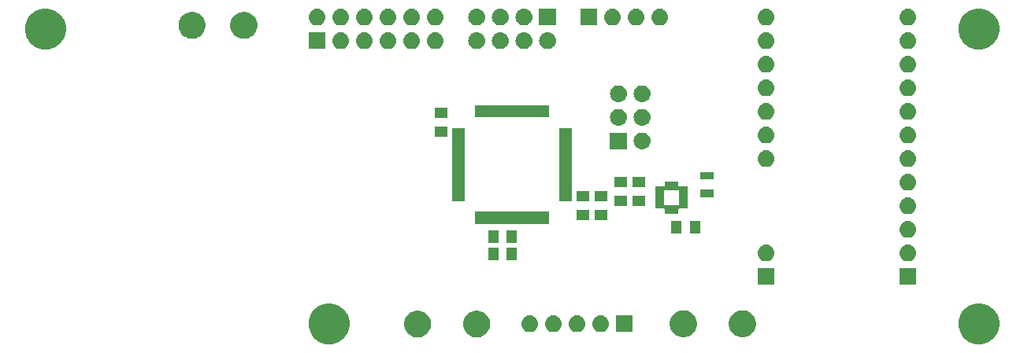
<source format=gbr>
G04 #@! TF.GenerationSoftware,KiCad,Pcbnew,(5.1.4)-1*
G04 #@! TF.CreationDate,2020-11-03T17:10:34-05:00*
G04 #@! TF.ProjectId,remote_racing_pcb,72656d6f-7465-45f7-9261-63696e675f70,rev?*
G04 #@! TF.SameCoordinates,Original*
G04 #@! TF.FileFunction,Soldermask,Bot*
G04 #@! TF.FilePolarity,Negative*
%FSLAX46Y46*%
G04 Gerber Fmt 4.6, Leading zero omitted, Abs format (unit mm)*
G04 Created by KiCad (PCBNEW (5.1.4)-1) date 2020-11-03 17:10:34*
%MOMM*%
%LPD*%
G04 APERTURE LIST*
%ADD10C,0.100000*%
G04 APERTURE END LIST*
D10*
G36*
X192412007Y-117263582D02*
G01*
X192812563Y-117429498D01*
X192812565Y-117429499D01*
X193173056Y-117670371D01*
X193479629Y-117976944D01*
X193688094Y-118288935D01*
X193720502Y-118337437D01*
X193886418Y-118737993D01*
X193971000Y-119163219D01*
X193971000Y-119596781D01*
X193886418Y-120022007D01*
X193720502Y-120422563D01*
X193720501Y-120422565D01*
X193479629Y-120783056D01*
X193173056Y-121089629D01*
X192812565Y-121330501D01*
X192812564Y-121330502D01*
X192812563Y-121330502D01*
X192412007Y-121496418D01*
X191986781Y-121581000D01*
X191553219Y-121581000D01*
X191127993Y-121496418D01*
X190727437Y-121330502D01*
X190727436Y-121330502D01*
X190727435Y-121330501D01*
X190366944Y-121089629D01*
X190060371Y-120783056D01*
X189819499Y-120422565D01*
X189819498Y-120422563D01*
X189653582Y-120022007D01*
X189569000Y-119596781D01*
X189569000Y-119163219D01*
X189653582Y-118737993D01*
X189819498Y-118337437D01*
X189851906Y-118288935D01*
X190060371Y-117976944D01*
X190366944Y-117670371D01*
X190727435Y-117429499D01*
X190727437Y-117429498D01*
X191127993Y-117263582D01*
X191553219Y-117179000D01*
X191986781Y-117179000D01*
X192412007Y-117263582D01*
X192412007Y-117263582D01*
G37*
G36*
X122562007Y-117263582D02*
G01*
X122962563Y-117429498D01*
X122962565Y-117429499D01*
X123323056Y-117670371D01*
X123629629Y-117976944D01*
X123838094Y-118288935D01*
X123870502Y-118337437D01*
X124036418Y-118737993D01*
X124121000Y-119163219D01*
X124121000Y-119596781D01*
X124036418Y-120022007D01*
X123870502Y-120422563D01*
X123870501Y-120422565D01*
X123629629Y-120783056D01*
X123323056Y-121089629D01*
X122962565Y-121330501D01*
X122962564Y-121330502D01*
X122962563Y-121330502D01*
X122562007Y-121496418D01*
X122136781Y-121581000D01*
X121703219Y-121581000D01*
X121277993Y-121496418D01*
X120877437Y-121330502D01*
X120877436Y-121330502D01*
X120877435Y-121330501D01*
X120516944Y-121089629D01*
X120210371Y-120783056D01*
X119969499Y-120422565D01*
X119969498Y-120422563D01*
X119803582Y-120022007D01*
X119719000Y-119596781D01*
X119719000Y-119163219D01*
X119803582Y-118737993D01*
X119969498Y-118337437D01*
X120001906Y-118288935D01*
X120210371Y-117976944D01*
X120516944Y-117670371D01*
X120877435Y-117429499D01*
X120877437Y-117429498D01*
X121277993Y-117263582D01*
X121703219Y-117179000D01*
X122136781Y-117179000D01*
X122562007Y-117263582D01*
X122562007Y-117263582D01*
G37*
G36*
X138218241Y-118020760D02*
G01*
X138482305Y-118130139D01*
X138719958Y-118288934D01*
X138922066Y-118491042D01*
X139080861Y-118728695D01*
X139190240Y-118992759D01*
X139246000Y-119273088D01*
X139246000Y-119558912D01*
X139190240Y-119839241D01*
X139080861Y-120103305D01*
X138922066Y-120340958D01*
X138719958Y-120543066D01*
X138482305Y-120701861D01*
X138218241Y-120811240D01*
X137937912Y-120867000D01*
X137652088Y-120867000D01*
X137371759Y-120811240D01*
X137107695Y-120701861D01*
X136870042Y-120543066D01*
X136667934Y-120340958D01*
X136509139Y-120103305D01*
X136399760Y-119839241D01*
X136344000Y-119558912D01*
X136344000Y-119273088D01*
X136399760Y-118992759D01*
X136509139Y-118728695D01*
X136667934Y-118491042D01*
X136870042Y-118288934D01*
X137107695Y-118130139D01*
X137371759Y-118020760D01*
X137652088Y-117965000D01*
X137937912Y-117965000D01*
X138218241Y-118020760D01*
X138218241Y-118020760D01*
G37*
G36*
X131868241Y-118020760D02*
G01*
X132132305Y-118130139D01*
X132369958Y-118288934D01*
X132572066Y-118491042D01*
X132730861Y-118728695D01*
X132840240Y-118992759D01*
X132896000Y-119273088D01*
X132896000Y-119558912D01*
X132840240Y-119839241D01*
X132730861Y-120103305D01*
X132572066Y-120340958D01*
X132369958Y-120543066D01*
X132132305Y-120701861D01*
X131868241Y-120811240D01*
X131587912Y-120867000D01*
X131302088Y-120867000D01*
X131021759Y-120811240D01*
X130757695Y-120701861D01*
X130520042Y-120543066D01*
X130317934Y-120340958D01*
X130159139Y-120103305D01*
X130049760Y-119839241D01*
X129994000Y-119558912D01*
X129994000Y-119273088D01*
X130049760Y-118992759D01*
X130159139Y-118728695D01*
X130317934Y-118491042D01*
X130520042Y-118288934D01*
X130757695Y-118130139D01*
X131021759Y-118020760D01*
X131302088Y-117965000D01*
X131587912Y-117965000D01*
X131868241Y-118020760D01*
X131868241Y-118020760D01*
G37*
G36*
X160443241Y-117984760D02*
G01*
X160707305Y-118094139D01*
X160944958Y-118252934D01*
X161147066Y-118455042D01*
X161305861Y-118692695D01*
X161415240Y-118956759D01*
X161471000Y-119237088D01*
X161471000Y-119522912D01*
X161415240Y-119803241D01*
X161305861Y-120067305D01*
X161147066Y-120304958D01*
X160944958Y-120507066D01*
X160707305Y-120665861D01*
X160443241Y-120775240D01*
X160162912Y-120831000D01*
X159877088Y-120831000D01*
X159596759Y-120775240D01*
X159332695Y-120665861D01*
X159095042Y-120507066D01*
X158892934Y-120304958D01*
X158734139Y-120067305D01*
X158624760Y-119803241D01*
X158569000Y-119522912D01*
X158569000Y-119237088D01*
X158624760Y-118956759D01*
X158734139Y-118692695D01*
X158892934Y-118455042D01*
X159095042Y-118252934D01*
X159332695Y-118094139D01*
X159596759Y-117984760D01*
X159877088Y-117929000D01*
X160162912Y-117929000D01*
X160443241Y-117984760D01*
X160443241Y-117984760D01*
G37*
G36*
X166793241Y-117984760D02*
G01*
X167057305Y-118094139D01*
X167294958Y-118252934D01*
X167497066Y-118455042D01*
X167655861Y-118692695D01*
X167765240Y-118956759D01*
X167821000Y-119237088D01*
X167821000Y-119522912D01*
X167765240Y-119803241D01*
X167655861Y-120067305D01*
X167497066Y-120304958D01*
X167294958Y-120507066D01*
X167057305Y-120665861D01*
X166793241Y-120775240D01*
X166512912Y-120831000D01*
X166227088Y-120831000D01*
X165946759Y-120775240D01*
X165682695Y-120665861D01*
X165445042Y-120507066D01*
X165242934Y-120304958D01*
X165084139Y-120067305D01*
X164974760Y-119803241D01*
X164919000Y-119522912D01*
X164919000Y-119237088D01*
X164974760Y-118956759D01*
X165084139Y-118692695D01*
X165242934Y-118455042D01*
X165445042Y-118252934D01*
X165682695Y-118094139D01*
X165946759Y-117984760D01*
X166227088Y-117929000D01*
X166512912Y-117929000D01*
X166793241Y-117984760D01*
X166793241Y-117984760D01*
G37*
G36*
X151240442Y-118485518D02*
G01*
X151306627Y-118492037D01*
X151476466Y-118543557D01*
X151632991Y-118627222D01*
X151668729Y-118656552D01*
X151770186Y-118739814D01*
X151853448Y-118841271D01*
X151882778Y-118877009D01*
X151966443Y-119033534D01*
X152017963Y-119203373D01*
X152035359Y-119380000D01*
X152017963Y-119556627D01*
X151966443Y-119726466D01*
X151882778Y-119882991D01*
X151853448Y-119918729D01*
X151770186Y-120020186D01*
X151668904Y-120103305D01*
X151632991Y-120132778D01*
X151476466Y-120216443D01*
X151306627Y-120267963D01*
X151240442Y-120274482D01*
X151174260Y-120281000D01*
X151085740Y-120281000D01*
X151019558Y-120274482D01*
X150953373Y-120267963D01*
X150783534Y-120216443D01*
X150627009Y-120132778D01*
X150591096Y-120103305D01*
X150489814Y-120020186D01*
X150406552Y-119918729D01*
X150377222Y-119882991D01*
X150293557Y-119726466D01*
X150242037Y-119556627D01*
X150224641Y-119380000D01*
X150242037Y-119203373D01*
X150293557Y-119033534D01*
X150377222Y-118877009D01*
X150406552Y-118841271D01*
X150489814Y-118739814D01*
X150591271Y-118656552D01*
X150627009Y-118627222D01*
X150783534Y-118543557D01*
X150953373Y-118492037D01*
X151019558Y-118485518D01*
X151085740Y-118479000D01*
X151174260Y-118479000D01*
X151240442Y-118485518D01*
X151240442Y-118485518D01*
G37*
G36*
X148700442Y-118485518D02*
G01*
X148766627Y-118492037D01*
X148936466Y-118543557D01*
X149092991Y-118627222D01*
X149128729Y-118656552D01*
X149230186Y-118739814D01*
X149313448Y-118841271D01*
X149342778Y-118877009D01*
X149426443Y-119033534D01*
X149477963Y-119203373D01*
X149495359Y-119380000D01*
X149477963Y-119556627D01*
X149426443Y-119726466D01*
X149342778Y-119882991D01*
X149313448Y-119918729D01*
X149230186Y-120020186D01*
X149128904Y-120103305D01*
X149092991Y-120132778D01*
X148936466Y-120216443D01*
X148766627Y-120267963D01*
X148700442Y-120274482D01*
X148634260Y-120281000D01*
X148545740Y-120281000D01*
X148479558Y-120274482D01*
X148413373Y-120267963D01*
X148243534Y-120216443D01*
X148087009Y-120132778D01*
X148051096Y-120103305D01*
X147949814Y-120020186D01*
X147866552Y-119918729D01*
X147837222Y-119882991D01*
X147753557Y-119726466D01*
X147702037Y-119556627D01*
X147684641Y-119380000D01*
X147702037Y-119203373D01*
X147753557Y-119033534D01*
X147837222Y-118877009D01*
X147866552Y-118841271D01*
X147949814Y-118739814D01*
X148051271Y-118656552D01*
X148087009Y-118627222D01*
X148243534Y-118543557D01*
X148413373Y-118492037D01*
X148479558Y-118485518D01*
X148545740Y-118479000D01*
X148634260Y-118479000D01*
X148700442Y-118485518D01*
X148700442Y-118485518D01*
G37*
G36*
X146160442Y-118485518D02*
G01*
X146226627Y-118492037D01*
X146396466Y-118543557D01*
X146552991Y-118627222D01*
X146588729Y-118656552D01*
X146690186Y-118739814D01*
X146773448Y-118841271D01*
X146802778Y-118877009D01*
X146886443Y-119033534D01*
X146937963Y-119203373D01*
X146955359Y-119380000D01*
X146937963Y-119556627D01*
X146886443Y-119726466D01*
X146802778Y-119882991D01*
X146773448Y-119918729D01*
X146690186Y-120020186D01*
X146588904Y-120103305D01*
X146552991Y-120132778D01*
X146396466Y-120216443D01*
X146226627Y-120267963D01*
X146160442Y-120274482D01*
X146094260Y-120281000D01*
X146005740Y-120281000D01*
X145939558Y-120274482D01*
X145873373Y-120267963D01*
X145703534Y-120216443D01*
X145547009Y-120132778D01*
X145511096Y-120103305D01*
X145409814Y-120020186D01*
X145326552Y-119918729D01*
X145297222Y-119882991D01*
X145213557Y-119726466D01*
X145162037Y-119556627D01*
X145144641Y-119380000D01*
X145162037Y-119203373D01*
X145213557Y-119033534D01*
X145297222Y-118877009D01*
X145326552Y-118841271D01*
X145409814Y-118739814D01*
X145511271Y-118656552D01*
X145547009Y-118627222D01*
X145703534Y-118543557D01*
X145873373Y-118492037D01*
X145939558Y-118485518D01*
X146005740Y-118479000D01*
X146094260Y-118479000D01*
X146160442Y-118485518D01*
X146160442Y-118485518D01*
G37*
G36*
X143620442Y-118485518D02*
G01*
X143686627Y-118492037D01*
X143856466Y-118543557D01*
X144012991Y-118627222D01*
X144048729Y-118656552D01*
X144150186Y-118739814D01*
X144233448Y-118841271D01*
X144262778Y-118877009D01*
X144346443Y-119033534D01*
X144397963Y-119203373D01*
X144415359Y-119380000D01*
X144397963Y-119556627D01*
X144346443Y-119726466D01*
X144262778Y-119882991D01*
X144233448Y-119918729D01*
X144150186Y-120020186D01*
X144048904Y-120103305D01*
X144012991Y-120132778D01*
X143856466Y-120216443D01*
X143686627Y-120267963D01*
X143620442Y-120274482D01*
X143554260Y-120281000D01*
X143465740Y-120281000D01*
X143399558Y-120274482D01*
X143333373Y-120267963D01*
X143163534Y-120216443D01*
X143007009Y-120132778D01*
X142971096Y-120103305D01*
X142869814Y-120020186D01*
X142786552Y-119918729D01*
X142757222Y-119882991D01*
X142673557Y-119726466D01*
X142622037Y-119556627D01*
X142604641Y-119380000D01*
X142622037Y-119203373D01*
X142673557Y-119033534D01*
X142757222Y-118877009D01*
X142786552Y-118841271D01*
X142869814Y-118739814D01*
X142971271Y-118656552D01*
X143007009Y-118627222D01*
X143163534Y-118543557D01*
X143333373Y-118492037D01*
X143399558Y-118485518D01*
X143465740Y-118479000D01*
X143554260Y-118479000D01*
X143620442Y-118485518D01*
X143620442Y-118485518D01*
G37*
G36*
X154571000Y-120281000D02*
G01*
X152769000Y-120281000D01*
X152769000Y-118479000D01*
X154571000Y-118479000D01*
X154571000Y-120281000D01*
X154571000Y-120281000D01*
G37*
G36*
X185051000Y-115201000D02*
G01*
X183249000Y-115201000D01*
X183249000Y-113399000D01*
X185051000Y-113399000D01*
X185051000Y-115201000D01*
X185051000Y-115201000D01*
G37*
G36*
X169811000Y-115201000D02*
G01*
X168009000Y-115201000D01*
X168009000Y-113399000D01*
X169811000Y-113399000D01*
X169811000Y-115201000D01*
X169811000Y-115201000D01*
G37*
G36*
X169020442Y-110865518D02*
G01*
X169086627Y-110872037D01*
X169256466Y-110923557D01*
X169412991Y-111007222D01*
X169448729Y-111036552D01*
X169550186Y-111119814D01*
X169625019Y-111211000D01*
X169662778Y-111257009D01*
X169746443Y-111413534D01*
X169797963Y-111583373D01*
X169815359Y-111760000D01*
X169797963Y-111936627D01*
X169746443Y-112106466D01*
X169662778Y-112262991D01*
X169633448Y-112298729D01*
X169550186Y-112400186D01*
X169448729Y-112483448D01*
X169412991Y-112512778D01*
X169256466Y-112596443D01*
X169086627Y-112647963D01*
X169020442Y-112654482D01*
X168954260Y-112661000D01*
X168865740Y-112661000D01*
X168799558Y-112654482D01*
X168733373Y-112647963D01*
X168563534Y-112596443D01*
X168407009Y-112512778D01*
X168371271Y-112483448D01*
X168269814Y-112400186D01*
X168186552Y-112298729D01*
X168157222Y-112262991D01*
X168073557Y-112106466D01*
X168022037Y-111936627D01*
X168004641Y-111760000D01*
X168022037Y-111583373D01*
X168073557Y-111413534D01*
X168157222Y-111257009D01*
X168194981Y-111211000D01*
X168269814Y-111119814D01*
X168371271Y-111036552D01*
X168407009Y-111007222D01*
X168563534Y-110923557D01*
X168733373Y-110872037D01*
X168799558Y-110865518D01*
X168865740Y-110859000D01*
X168954260Y-110859000D01*
X169020442Y-110865518D01*
X169020442Y-110865518D01*
G37*
G36*
X184260442Y-110865518D02*
G01*
X184326627Y-110872037D01*
X184496466Y-110923557D01*
X184652991Y-111007222D01*
X184688729Y-111036552D01*
X184790186Y-111119814D01*
X184865019Y-111211000D01*
X184902778Y-111257009D01*
X184986443Y-111413534D01*
X185037963Y-111583373D01*
X185055359Y-111760000D01*
X185037963Y-111936627D01*
X184986443Y-112106466D01*
X184902778Y-112262991D01*
X184873448Y-112298729D01*
X184790186Y-112400186D01*
X184688729Y-112483448D01*
X184652991Y-112512778D01*
X184496466Y-112596443D01*
X184326627Y-112647963D01*
X184260442Y-112654482D01*
X184194260Y-112661000D01*
X184105740Y-112661000D01*
X184039558Y-112654482D01*
X183973373Y-112647963D01*
X183803534Y-112596443D01*
X183647009Y-112512778D01*
X183611271Y-112483448D01*
X183509814Y-112400186D01*
X183426552Y-112298729D01*
X183397222Y-112262991D01*
X183313557Y-112106466D01*
X183262037Y-111936627D01*
X183244641Y-111760000D01*
X183262037Y-111583373D01*
X183313557Y-111413534D01*
X183397222Y-111257009D01*
X183434981Y-111211000D01*
X183509814Y-111119814D01*
X183611271Y-111036552D01*
X183647009Y-111007222D01*
X183803534Y-110923557D01*
X183973373Y-110872037D01*
X184039558Y-110865518D01*
X184105740Y-110859000D01*
X184194260Y-110859000D01*
X184260442Y-110865518D01*
X184260442Y-110865518D01*
G37*
G36*
X140140000Y-112563000D02*
G01*
X139038000Y-112563000D01*
X139038000Y-111211000D01*
X140140000Y-111211000D01*
X140140000Y-112563000D01*
X140140000Y-112563000D01*
G37*
G36*
X142140000Y-112563000D02*
G01*
X141038000Y-112563000D01*
X141038000Y-111211000D01*
X142140000Y-111211000D01*
X142140000Y-112563000D01*
X142140000Y-112563000D01*
G37*
G36*
X140140000Y-110658000D02*
G01*
X139038000Y-110658000D01*
X139038000Y-109306000D01*
X140140000Y-109306000D01*
X140140000Y-110658000D01*
X140140000Y-110658000D01*
G37*
G36*
X142140000Y-110658000D02*
G01*
X141038000Y-110658000D01*
X141038000Y-109306000D01*
X142140000Y-109306000D01*
X142140000Y-110658000D01*
X142140000Y-110658000D01*
G37*
G36*
X184260443Y-108325519D02*
G01*
X184326627Y-108332037D01*
X184496466Y-108383557D01*
X184652991Y-108467222D01*
X184688729Y-108496552D01*
X184790186Y-108579814D01*
X184873448Y-108681271D01*
X184902778Y-108717009D01*
X184986443Y-108873534D01*
X185037963Y-109043373D01*
X185055359Y-109220000D01*
X185037963Y-109396627D01*
X184986443Y-109566466D01*
X184902778Y-109722991D01*
X184873448Y-109758729D01*
X184790186Y-109860186D01*
X184688729Y-109943448D01*
X184652991Y-109972778D01*
X184496466Y-110056443D01*
X184326627Y-110107963D01*
X184260443Y-110114481D01*
X184194260Y-110121000D01*
X184105740Y-110121000D01*
X184039557Y-110114481D01*
X183973373Y-110107963D01*
X183803534Y-110056443D01*
X183647009Y-109972778D01*
X183611271Y-109943448D01*
X183509814Y-109860186D01*
X183426552Y-109758729D01*
X183397222Y-109722991D01*
X183313557Y-109566466D01*
X183262037Y-109396627D01*
X183244641Y-109220000D01*
X183262037Y-109043373D01*
X183313557Y-108873534D01*
X183397222Y-108717009D01*
X183426552Y-108681271D01*
X183509814Y-108579814D01*
X183611271Y-108496552D01*
X183647009Y-108467222D01*
X183803534Y-108383557D01*
X183973373Y-108332037D01*
X184039557Y-108325519D01*
X184105740Y-108319000D01*
X184194260Y-108319000D01*
X184260443Y-108325519D01*
X184260443Y-108325519D01*
G37*
G36*
X159841000Y-109642000D02*
G01*
X158739000Y-109642000D01*
X158739000Y-108290000D01*
X159841000Y-108290000D01*
X159841000Y-109642000D01*
X159841000Y-109642000D01*
G37*
G36*
X161841000Y-109642000D02*
G01*
X160739000Y-109642000D01*
X160739000Y-108290000D01*
X161841000Y-108290000D01*
X161841000Y-109642000D01*
X161841000Y-109642000D01*
G37*
G36*
X145556000Y-108636000D02*
G01*
X137654000Y-108636000D01*
X137654000Y-107334000D01*
X145556000Y-107334000D01*
X145556000Y-108636000D01*
X145556000Y-108636000D01*
G37*
G36*
X151806000Y-108231000D02*
G01*
X150454000Y-108231000D01*
X150454000Y-107129000D01*
X151806000Y-107129000D01*
X151806000Y-108231000D01*
X151806000Y-108231000D01*
G37*
G36*
X149901000Y-108231000D02*
G01*
X148549000Y-108231000D01*
X148549000Y-107129000D01*
X149901000Y-107129000D01*
X149901000Y-108231000D01*
X149901000Y-108231000D01*
G37*
G36*
X184245025Y-105784000D02*
G01*
X184326627Y-105792037D01*
X184496466Y-105843557D01*
X184652991Y-105927222D01*
X184688729Y-105956552D01*
X184790186Y-106039814D01*
X184873448Y-106141271D01*
X184902778Y-106177009D01*
X184986443Y-106333534D01*
X185037963Y-106503373D01*
X185055359Y-106680000D01*
X185037963Y-106856627D01*
X184986443Y-107026466D01*
X184902778Y-107182991D01*
X184873448Y-107218729D01*
X184790186Y-107320186D01*
X184688729Y-107403448D01*
X184652991Y-107432778D01*
X184496466Y-107516443D01*
X184326627Y-107567963D01*
X184260443Y-107574481D01*
X184194260Y-107581000D01*
X184105740Y-107581000D01*
X184039557Y-107574481D01*
X183973373Y-107567963D01*
X183803534Y-107516443D01*
X183647009Y-107432778D01*
X183611271Y-107403448D01*
X183509814Y-107320186D01*
X183426552Y-107218729D01*
X183397222Y-107182991D01*
X183313557Y-107026466D01*
X183262037Y-106856627D01*
X183244641Y-106680000D01*
X183262037Y-106503373D01*
X183313557Y-106333534D01*
X183397222Y-106177009D01*
X183426552Y-106141271D01*
X183509814Y-106039814D01*
X183611271Y-105956552D01*
X183647009Y-105927222D01*
X183803534Y-105843557D01*
X183973373Y-105792037D01*
X184054975Y-105784000D01*
X184105740Y-105779000D01*
X184194260Y-105779000D01*
X184245025Y-105784000D01*
X184245025Y-105784000D01*
G37*
G36*
X159453500Y-104462501D02*
G01*
X159455902Y-104486887D01*
X159463015Y-104510336D01*
X159474566Y-104531947D01*
X159490111Y-104550889D01*
X159509053Y-104566434D01*
X159530664Y-104577985D01*
X159554113Y-104585098D01*
X159578499Y-104587500D01*
X160482500Y-104587500D01*
X160482500Y-106994500D01*
X159578499Y-106994500D01*
X159554113Y-106996902D01*
X159530664Y-107004015D01*
X159509053Y-107015566D01*
X159490111Y-107031111D01*
X159474566Y-107050053D01*
X159463015Y-107071664D01*
X159455902Y-107095113D01*
X159453500Y-107119499D01*
X159453500Y-107523500D01*
X158046500Y-107523500D01*
X158046500Y-107119499D01*
X158044098Y-107095113D01*
X158036985Y-107071664D01*
X158025434Y-107050053D01*
X158009889Y-107031111D01*
X157990947Y-107015566D01*
X157969336Y-107004015D01*
X157945887Y-106996902D01*
X157921501Y-106994500D01*
X157017500Y-106994500D01*
X157017500Y-105098499D01*
X157932500Y-105098499D01*
X157932500Y-106483501D01*
X157934902Y-106507887D01*
X157942015Y-106531336D01*
X157953566Y-106552947D01*
X157969111Y-106571889D01*
X157988053Y-106587434D01*
X158009664Y-106598985D01*
X158033113Y-106606098D01*
X158057499Y-106608500D01*
X159442501Y-106608500D01*
X159466887Y-106606098D01*
X159490336Y-106598985D01*
X159511947Y-106587434D01*
X159530889Y-106571889D01*
X159546434Y-106552947D01*
X159557985Y-106531336D01*
X159565098Y-106507887D01*
X159567500Y-106483501D01*
X159567500Y-105098499D01*
X159565098Y-105074113D01*
X159557985Y-105050664D01*
X159546434Y-105029053D01*
X159530889Y-105010111D01*
X159511947Y-104994566D01*
X159490336Y-104983015D01*
X159466887Y-104975902D01*
X159442501Y-104973500D01*
X158057499Y-104973500D01*
X158033113Y-104975902D01*
X158009664Y-104983015D01*
X157988053Y-104994566D01*
X157969111Y-105010111D01*
X157953566Y-105029053D01*
X157942015Y-105050664D01*
X157934902Y-105074113D01*
X157932500Y-105098499D01*
X157017500Y-105098499D01*
X157017500Y-104587500D01*
X157921501Y-104587500D01*
X157945887Y-104585098D01*
X157969336Y-104577985D01*
X157990947Y-104566434D01*
X158009889Y-104550889D01*
X158025434Y-104531947D01*
X158036985Y-104510336D01*
X158044098Y-104486887D01*
X158046500Y-104462501D01*
X158046500Y-104058500D01*
X159453500Y-104058500D01*
X159453500Y-104462501D01*
X159453500Y-104462501D01*
G37*
G36*
X155870000Y-106707000D02*
G01*
X154518000Y-106707000D01*
X154518000Y-105605000D01*
X155870000Y-105605000D01*
X155870000Y-106707000D01*
X155870000Y-106707000D01*
G37*
G36*
X153965000Y-106707000D02*
G01*
X152613000Y-106707000D01*
X152613000Y-105605000D01*
X153965000Y-105605000D01*
X153965000Y-106707000D01*
X153965000Y-106707000D01*
G37*
G36*
X151806000Y-106231000D02*
G01*
X150454000Y-106231000D01*
X150454000Y-105129000D01*
X151806000Y-105129000D01*
X151806000Y-106231000D01*
X151806000Y-106231000D01*
G37*
G36*
X149901000Y-106231000D02*
G01*
X148549000Y-106231000D01*
X148549000Y-105129000D01*
X149901000Y-105129000D01*
X149901000Y-106231000D01*
X149901000Y-106231000D01*
G37*
G36*
X148006000Y-106186000D02*
G01*
X146704000Y-106186000D01*
X146704000Y-98284000D01*
X148006000Y-98284000D01*
X148006000Y-106186000D01*
X148006000Y-106186000D01*
G37*
G36*
X136506000Y-106186000D02*
G01*
X135204000Y-106186000D01*
X135204000Y-98284000D01*
X136506000Y-98284000D01*
X136506000Y-106186000D01*
X136506000Y-106186000D01*
G37*
G36*
X163261000Y-105745000D02*
G01*
X161859000Y-105745000D01*
X161859000Y-104943000D01*
X163261000Y-104943000D01*
X163261000Y-105745000D01*
X163261000Y-105745000D01*
G37*
G36*
X184260443Y-103245519D02*
G01*
X184326627Y-103252037D01*
X184496466Y-103303557D01*
X184652991Y-103387222D01*
X184688729Y-103416552D01*
X184790186Y-103499814D01*
X184873448Y-103601271D01*
X184902778Y-103637009D01*
X184986443Y-103793534D01*
X185037963Y-103963373D01*
X185055359Y-104140000D01*
X185037963Y-104316627D01*
X184986443Y-104486466D01*
X184902778Y-104642991D01*
X184873448Y-104678729D01*
X184790186Y-104780186D01*
X184688729Y-104863448D01*
X184652991Y-104892778D01*
X184496466Y-104976443D01*
X184326627Y-105027963D01*
X184260442Y-105034482D01*
X184194260Y-105041000D01*
X184105740Y-105041000D01*
X184039557Y-105034481D01*
X183973373Y-105027963D01*
X183803534Y-104976443D01*
X183647009Y-104892778D01*
X183611271Y-104863448D01*
X183509814Y-104780186D01*
X183426552Y-104678729D01*
X183397222Y-104642991D01*
X183313557Y-104486466D01*
X183262037Y-104316627D01*
X183244641Y-104140000D01*
X183262037Y-103963373D01*
X183313557Y-103793534D01*
X183397222Y-103637009D01*
X183426552Y-103601271D01*
X183509814Y-103499814D01*
X183611271Y-103416552D01*
X183647009Y-103387222D01*
X183803534Y-103303557D01*
X183973373Y-103252037D01*
X184039558Y-103245518D01*
X184105740Y-103239000D01*
X184194260Y-103239000D01*
X184260443Y-103245519D01*
X184260443Y-103245519D01*
G37*
G36*
X155870000Y-104707000D02*
G01*
X154518000Y-104707000D01*
X154518000Y-103605000D01*
X155870000Y-103605000D01*
X155870000Y-104707000D01*
X155870000Y-104707000D01*
G37*
G36*
X153965000Y-104707000D02*
G01*
X152613000Y-104707000D01*
X152613000Y-103605000D01*
X153965000Y-103605000D01*
X153965000Y-104707000D01*
X153965000Y-104707000D01*
G37*
G36*
X163261000Y-103845000D02*
G01*
X161859000Y-103845000D01*
X161859000Y-103043000D01*
X163261000Y-103043000D01*
X163261000Y-103845000D01*
X163261000Y-103845000D01*
G37*
G36*
X184260443Y-100705519D02*
G01*
X184326627Y-100712037D01*
X184496466Y-100763557D01*
X184652991Y-100847222D01*
X184688729Y-100876552D01*
X184790186Y-100959814D01*
X184873448Y-101061271D01*
X184902778Y-101097009D01*
X184986443Y-101253534D01*
X185037963Y-101423373D01*
X185055359Y-101600000D01*
X185037963Y-101776627D01*
X184986443Y-101946466D01*
X184902778Y-102102991D01*
X184873448Y-102138729D01*
X184790186Y-102240186D01*
X184688729Y-102323448D01*
X184652991Y-102352778D01*
X184496466Y-102436443D01*
X184326627Y-102487963D01*
X184260442Y-102494482D01*
X184194260Y-102501000D01*
X184105740Y-102501000D01*
X184039558Y-102494482D01*
X183973373Y-102487963D01*
X183803534Y-102436443D01*
X183647009Y-102352778D01*
X183611271Y-102323448D01*
X183509814Y-102240186D01*
X183426552Y-102138729D01*
X183397222Y-102102991D01*
X183313557Y-101946466D01*
X183262037Y-101776627D01*
X183244641Y-101600000D01*
X183262037Y-101423373D01*
X183313557Y-101253534D01*
X183397222Y-101097009D01*
X183426552Y-101061271D01*
X183509814Y-100959814D01*
X183611271Y-100876552D01*
X183647009Y-100847222D01*
X183803534Y-100763557D01*
X183973373Y-100712037D01*
X184039557Y-100705519D01*
X184105740Y-100699000D01*
X184194260Y-100699000D01*
X184260443Y-100705519D01*
X184260443Y-100705519D01*
G37*
G36*
X169020443Y-100705519D02*
G01*
X169086627Y-100712037D01*
X169256466Y-100763557D01*
X169412991Y-100847222D01*
X169448729Y-100876552D01*
X169550186Y-100959814D01*
X169633448Y-101061271D01*
X169662778Y-101097009D01*
X169746443Y-101253534D01*
X169797963Y-101423373D01*
X169815359Y-101600000D01*
X169797963Y-101776627D01*
X169746443Y-101946466D01*
X169662778Y-102102991D01*
X169633448Y-102138729D01*
X169550186Y-102240186D01*
X169448729Y-102323448D01*
X169412991Y-102352778D01*
X169256466Y-102436443D01*
X169086627Y-102487963D01*
X169020442Y-102494482D01*
X168954260Y-102501000D01*
X168865740Y-102501000D01*
X168799558Y-102494482D01*
X168733373Y-102487963D01*
X168563534Y-102436443D01*
X168407009Y-102352778D01*
X168371271Y-102323448D01*
X168269814Y-102240186D01*
X168186552Y-102138729D01*
X168157222Y-102102991D01*
X168073557Y-101946466D01*
X168022037Y-101776627D01*
X168004641Y-101600000D01*
X168022037Y-101423373D01*
X168073557Y-101253534D01*
X168157222Y-101097009D01*
X168186552Y-101061271D01*
X168269814Y-100959814D01*
X168371271Y-100876552D01*
X168407009Y-100847222D01*
X168563534Y-100763557D01*
X168733373Y-100712037D01*
X168799557Y-100705519D01*
X168865740Y-100699000D01*
X168954260Y-100699000D01*
X169020443Y-100705519D01*
X169020443Y-100705519D01*
G37*
G36*
X155685443Y-98800519D02*
G01*
X155751627Y-98807037D01*
X155921466Y-98858557D01*
X156077991Y-98942222D01*
X156113729Y-98971552D01*
X156215186Y-99054814D01*
X156298448Y-99156271D01*
X156327778Y-99192009D01*
X156411443Y-99348534D01*
X156462963Y-99518373D01*
X156480359Y-99695000D01*
X156462963Y-99871627D01*
X156411443Y-100041466D01*
X156327778Y-100197991D01*
X156298448Y-100233729D01*
X156215186Y-100335186D01*
X156113729Y-100418448D01*
X156077991Y-100447778D01*
X155921466Y-100531443D01*
X155751627Y-100582963D01*
X155685443Y-100589481D01*
X155619260Y-100596000D01*
X155530740Y-100596000D01*
X155464557Y-100589481D01*
X155398373Y-100582963D01*
X155228534Y-100531443D01*
X155072009Y-100447778D01*
X155036271Y-100418448D01*
X154934814Y-100335186D01*
X154851552Y-100233729D01*
X154822222Y-100197991D01*
X154738557Y-100041466D01*
X154687037Y-99871627D01*
X154669641Y-99695000D01*
X154687037Y-99518373D01*
X154738557Y-99348534D01*
X154822222Y-99192009D01*
X154851552Y-99156271D01*
X154934814Y-99054814D01*
X155036271Y-98971552D01*
X155072009Y-98942222D01*
X155228534Y-98858557D01*
X155398373Y-98807037D01*
X155464557Y-98800519D01*
X155530740Y-98794000D01*
X155619260Y-98794000D01*
X155685443Y-98800519D01*
X155685443Y-98800519D01*
G37*
G36*
X153936000Y-100596000D02*
G01*
X152134000Y-100596000D01*
X152134000Y-98794000D01*
X153936000Y-98794000D01*
X153936000Y-100596000D01*
X153936000Y-100596000D01*
G37*
G36*
X184260443Y-98165519D02*
G01*
X184326627Y-98172037D01*
X184496466Y-98223557D01*
X184652991Y-98307222D01*
X184688729Y-98336552D01*
X184790186Y-98419814D01*
X184873448Y-98521271D01*
X184902778Y-98557009D01*
X184986443Y-98713534D01*
X185037963Y-98883373D01*
X185055359Y-99060000D01*
X185037963Y-99236627D01*
X184986443Y-99406466D01*
X184902778Y-99562991D01*
X184873448Y-99598729D01*
X184790186Y-99700186D01*
X184688729Y-99783448D01*
X184652991Y-99812778D01*
X184496466Y-99896443D01*
X184326627Y-99947963D01*
X184260443Y-99954481D01*
X184194260Y-99961000D01*
X184105740Y-99961000D01*
X184039557Y-99954481D01*
X183973373Y-99947963D01*
X183803534Y-99896443D01*
X183647009Y-99812778D01*
X183611271Y-99783448D01*
X183509814Y-99700186D01*
X183426552Y-99598729D01*
X183397222Y-99562991D01*
X183313557Y-99406466D01*
X183262037Y-99236627D01*
X183244641Y-99060000D01*
X183262037Y-98883373D01*
X183313557Y-98713534D01*
X183397222Y-98557009D01*
X183426552Y-98521271D01*
X183509814Y-98419814D01*
X183611271Y-98336552D01*
X183647009Y-98307222D01*
X183803534Y-98223557D01*
X183973373Y-98172037D01*
X184039557Y-98165519D01*
X184105740Y-98159000D01*
X184194260Y-98159000D01*
X184260443Y-98165519D01*
X184260443Y-98165519D01*
G37*
G36*
X169020443Y-98165519D02*
G01*
X169086627Y-98172037D01*
X169256466Y-98223557D01*
X169412991Y-98307222D01*
X169448729Y-98336552D01*
X169550186Y-98419814D01*
X169633448Y-98521271D01*
X169662778Y-98557009D01*
X169746443Y-98713534D01*
X169797963Y-98883373D01*
X169815359Y-99060000D01*
X169797963Y-99236627D01*
X169746443Y-99406466D01*
X169662778Y-99562991D01*
X169633448Y-99598729D01*
X169550186Y-99700186D01*
X169448729Y-99783448D01*
X169412991Y-99812778D01*
X169256466Y-99896443D01*
X169086627Y-99947963D01*
X169020443Y-99954481D01*
X168954260Y-99961000D01*
X168865740Y-99961000D01*
X168799557Y-99954481D01*
X168733373Y-99947963D01*
X168563534Y-99896443D01*
X168407009Y-99812778D01*
X168371271Y-99783448D01*
X168269814Y-99700186D01*
X168186552Y-99598729D01*
X168157222Y-99562991D01*
X168073557Y-99406466D01*
X168022037Y-99236627D01*
X168004641Y-99060000D01*
X168022037Y-98883373D01*
X168073557Y-98713534D01*
X168157222Y-98557009D01*
X168186552Y-98521271D01*
X168269814Y-98419814D01*
X168371271Y-98336552D01*
X168407009Y-98307222D01*
X168563534Y-98223557D01*
X168733373Y-98172037D01*
X168799557Y-98165519D01*
X168865740Y-98159000D01*
X168954260Y-98159000D01*
X169020443Y-98165519D01*
X169020443Y-98165519D01*
G37*
G36*
X134661000Y-99214000D02*
G01*
X133309000Y-99214000D01*
X133309000Y-98112000D01*
X134661000Y-98112000D01*
X134661000Y-99214000D01*
X134661000Y-99214000D01*
G37*
G36*
X155685442Y-96260518D02*
G01*
X155751627Y-96267037D01*
X155921466Y-96318557D01*
X156077991Y-96402222D01*
X156113729Y-96431552D01*
X156215186Y-96514814D01*
X156298448Y-96616271D01*
X156327778Y-96652009D01*
X156411443Y-96808534D01*
X156462963Y-96978373D01*
X156480359Y-97155000D01*
X156462963Y-97331627D01*
X156411443Y-97501466D01*
X156327778Y-97657991D01*
X156298448Y-97693729D01*
X156215186Y-97795186D01*
X156113729Y-97878448D01*
X156077991Y-97907778D01*
X155921466Y-97991443D01*
X155751627Y-98042963D01*
X155685443Y-98049481D01*
X155619260Y-98056000D01*
X155530740Y-98056000D01*
X155464557Y-98049481D01*
X155398373Y-98042963D01*
X155228534Y-97991443D01*
X155072009Y-97907778D01*
X155036271Y-97878448D01*
X154934814Y-97795186D01*
X154851552Y-97693729D01*
X154822222Y-97657991D01*
X154738557Y-97501466D01*
X154687037Y-97331627D01*
X154669641Y-97155000D01*
X154687037Y-96978373D01*
X154738557Y-96808534D01*
X154822222Y-96652009D01*
X154851552Y-96616271D01*
X154934814Y-96514814D01*
X155036271Y-96431552D01*
X155072009Y-96402222D01*
X155228534Y-96318557D01*
X155398373Y-96267037D01*
X155464558Y-96260518D01*
X155530740Y-96254000D01*
X155619260Y-96254000D01*
X155685442Y-96260518D01*
X155685442Y-96260518D01*
G37*
G36*
X153145442Y-96260518D02*
G01*
X153211627Y-96267037D01*
X153381466Y-96318557D01*
X153537991Y-96402222D01*
X153573729Y-96431552D01*
X153675186Y-96514814D01*
X153758448Y-96616271D01*
X153787778Y-96652009D01*
X153871443Y-96808534D01*
X153922963Y-96978373D01*
X153940359Y-97155000D01*
X153922963Y-97331627D01*
X153871443Y-97501466D01*
X153787778Y-97657991D01*
X153758448Y-97693729D01*
X153675186Y-97795186D01*
X153573729Y-97878448D01*
X153537991Y-97907778D01*
X153381466Y-97991443D01*
X153211627Y-98042963D01*
X153145443Y-98049481D01*
X153079260Y-98056000D01*
X152990740Y-98056000D01*
X152924557Y-98049481D01*
X152858373Y-98042963D01*
X152688534Y-97991443D01*
X152532009Y-97907778D01*
X152496271Y-97878448D01*
X152394814Y-97795186D01*
X152311552Y-97693729D01*
X152282222Y-97657991D01*
X152198557Y-97501466D01*
X152147037Y-97331627D01*
X152129641Y-97155000D01*
X152147037Y-96978373D01*
X152198557Y-96808534D01*
X152282222Y-96652009D01*
X152311552Y-96616271D01*
X152394814Y-96514814D01*
X152496271Y-96431552D01*
X152532009Y-96402222D01*
X152688534Y-96318557D01*
X152858373Y-96267037D01*
X152924558Y-96260518D01*
X152990740Y-96254000D01*
X153079260Y-96254000D01*
X153145442Y-96260518D01*
X153145442Y-96260518D01*
G37*
G36*
X184260442Y-95625518D02*
G01*
X184326627Y-95632037D01*
X184496466Y-95683557D01*
X184652991Y-95767222D01*
X184688729Y-95796552D01*
X184790186Y-95879814D01*
X184873448Y-95981271D01*
X184902778Y-96017009D01*
X184986443Y-96173534D01*
X185037963Y-96343373D01*
X185055359Y-96520000D01*
X185037963Y-96696627D01*
X184986443Y-96866466D01*
X184902778Y-97022991D01*
X184873448Y-97058729D01*
X184790186Y-97160186D01*
X184724612Y-97214000D01*
X184652991Y-97272778D01*
X184496466Y-97356443D01*
X184326627Y-97407963D01*
X184260442Y-97414482D01*
X184194260Y-97421000D01*
X184105740Y-97421000D01*
X184039558Y-97414482D01*
X183973373Y-97407963D01*
X183803534Y-97356443D01*
X183647009Y-97272778D01*
X183575388Y-97214000D01*
X183509814Y-97160186D01*
X183426552Y-97058729D01*
X183397222Y-97022991D01*
X183313557Y-96866466D01*
X183262037Y-96696627D01*
X183244641Y-96520000D01*
X183262037Y-96343373D01*
X183313557Y-96173534D01*
X183397222Y-96017009D01*
X183426552Y-95981271D01*
X183509814Y-95879814D01*
X183611271Y-95796552D01*
X183647009Y-95767222D01*
X183803534Y-95683557D01*
X183973373Y-95632037D01*
X184039558Y-95625518D01*
X184105740Y-95619000D01*
X184194260Y-95619000D01*
X184260442Y-95625518D01*
X184260442Y-95625518D01*
G37*
G36*
X169020442Y-95625518D02*
G01*
X169086627Y-95632037D01*
X169256466Y-95683557D01*
X169412991Y-95767222D01*
X169448729Y-95796552D01*
X169550186Y-95879814D01*
X169633448Y-95981271D01*
X169662778Y-96017009D01*
X169746443Y-96173534D01*
X169797963Y-96343373D01*
X169815359Y-96520000D01*
X169797963Y-96696627D01*
X169746443Y-96866466D01*
X169662778Y-97022991D01*
X169633448Y-97058729D01*
X169550186Y-97160186D01*
X169484612Y-97214000D01*
X169412991Y-97272778D01*
X169256466Y-97356443D01*
X169086627Y-97407963D01*
X169020442Y-97414482D01*
X168954260Y-97421000D01*
X168865740Y-97421000D01*
X168799558Y-97414482D01*
X168733373Y-97407963D01*
X168563534Y-97356443D01*
X168407009Y-97272778D01*
X168335388Y-97214000D01*
X168269814Y-97160186D01*
X168186552Y-97058729D01*
X168157222Y-97022991D01*
X168073557Y-96866466D01*
X168022037Y-96696627D01*
X168004641Y-96520000D01*
X168022037Y-96343373D01*
X168073557Y-96173534D01*
X168157222Y-96017009D01*
X168186552Y-95981271D01*
X168269814Y-95879814D01*
X168371271Y-95796552D01*
X168407009Y-95767222D01*
X168563534Y-95683557D01*
X168733373Y-95632037D01*
X168799558Y-95625518D01*
X168865740Y-95619000D01*
X168954260Y-95619000D01*
X169020442Y-95625518D01*
X169020442Y-95625518D01*
G37*
G36*
X134661000Y-97214000D02*
G01*
X133309000Y-97214000D01*
X133309000Y-96112000D01*
X134661000Y-96112000D01*
X134661000Y-97214000D01*
X134661000Y-97214000D01*
G37*
G36*
X145556000Y-97136000D02*
G01*
X137654000Y-97136000D01*
X137654000Y-95834000D01*
X145556000Y-95834000D01*
X145556000Y-97136000D01*
X145556000Y-97136000D01*
G37*
G36*
X153145443Y-93720519D02*
G01*
X153211627Y-93727037D01*
X153381466Y-93778557D01*
X153537991Y-93862222D01*
X153573729Y-93891552D01*
X153675186Y-93974814D01*
X153758448Y-94076271D01*
X153787778Y-94112009D01*
X153871443Y-94268534D01*
X153922963Y-94438373D01*
X153940359Y-94615000D01*
X153922963Y-94791627D01*
X153871443Y-94961466D01*
X153787778Y-95117991D01*
X153758448Y-95153729D01*
X153675186Y-95255186D01*
X153573729Y-95338448D01*
X153537991Y-95367778D01*
X153381466Y-95451443D01*
X153211627Y-95502963D01*
X153145443Y-95509481D01*
X153079260Y-95516000D01*
X152990740Y-95516000D01*
X152924557Y-95509481D01*
X152858373Y-95502963D01*
X152688534Y-95451443D01*
X152532009Y-95367778D01*
X152496271Y-95338448D01*
X152394814Y-95255186D01*
X152311552Y-95153729D01*
X152282222Y-95117991D01*
X152198557Y-94961466D01*
X152147037Y-94791627D01*
X152129641Y-94615000D01*
X152147037Y-94438373D01*
X152198557Y-94268534D01*
X152282222Y-94112009D01*
X152311552Y-94076271D01*
X152394814Y-93974814D01*
X152496271Y-93891552D01*
X152532009Y-93862222D01*
X152688534Y-93778557D01*
X152858373Y-93727037D01*
X152924558Y-93720518D01*
X152990740Y-93714000D01*
X153079260Y-93714000D01*
X153145443Y-93720519D01*
X153145443Y-93720519D01*
G37*
G36*
X155685443Y-93720519D02*
G01*
X155751627Y-93727037D01*
X155921466Y-93778557D01*
X156077991Y-93862222D01*
X156113729Y-93891552D01*
X156215186Y-93974814D01*
X156298448Y-94076271D01*
X156327778Y-94112009D01*
X156411443Y-94268534D01*
X156462963Y-94438373D01*
X156480359Y-94615000D01*
X156462963Y-94791627D01*
X156411443Y-94961466D01*
X156327778Y-95117991D01*
X156298448Y-95153729D01*
X156215186Y-95255186D01*
X156113729Y-95338448D01*
X156077991Y-95367778D01*
X155921466Y-95451443D01*
X155751627Y-95502963D01*
X155685443Y-95509481D01*
X155619260Y-95516000D01*
X155530740Y-95516000D01*
X155464557Y-95509481D01*
X155398373Y-95502963D01*
X155228534Y-95451443D01*
X155072009Y-95367778D01*
X155036271Y-95338448D01*
X154934814Y-95255186D01*
X154851552Y-95153729D01*
X154822222Y-95117991D01*
X154738557Y-94961466D01*
X154687037Y-94791627D01*
X154669641Y-94615000D01*
X154687037Y-94438373D01*
X154738557Y-94268534D01*
X154822222Y-94112009D01*
X154851552Y-94076271D01*
X154934814Y-93974814D01*
X155036271Y-93891552D01*
X155072009Y-93862222D01*
X155228534Y-93778557D01*
X155398373Y-93727037D01*
X155464558Y-93720518D01*
X155530740Y-93714000D01*
X155619260Y-93714000D01*
X155685443Y-93720519D01*
X155685443Y-93720519D01*
G37*
G36*
X169020443Y-93085519D02*
G01*
X169086627Y-93092037D01*
X169256466Y-93143557D01*
X169412991Y-93227222D01*
X169448729Y-93256552D01*
X169550186Y-93339814D01*
X169633448Y-93441271D01*
X169662778Y-93477009D01*
X169746443Y-93633534D01*
X169797963Y-93803373D01*
X169815359Y-93980000D01*
X169797963Y-94156627D01*
X169746443Y-94326466D01*
X169662778Y-94482991D01*
X169633448Y-94518729D01*
X169550186Y-94620186D01*
X169448729Y-94703448D01*
X169412991Y-94732778D01*
X169256466Y-94816443D01*
X169086627Y-94867963D01*
X169020443Y-94874481D01*
X168954260Y-94881000D01*
X168865740Y-94881000D01*
X168799557Y-94874481D01*
X168733373Y-94867963D01*
X168563534Y-94816443D01*
X168407009Y-94732778D01*
X168371271Y-94703448D01*
X168269814Y-94620186D01*
X168186552Y-94518729D01*
X168157222Y-94482991D01*
X168073557Y-94326466D01*
X168022037Y-94156627D01*
X168004641Y-93980000D01*
X168022037Y-93803373D01*
X168073557Y-93633534D01*
X168157222Y-93477009D01*
X168186552Y-93441271D01*
X168269814Y-93339814D01*
X168371271Y-93256552D01*
X168407009Y-93227222D01*
X168563534Y-93143557D01*
X168733373Y-93092037D01*
X168799557Y-93085519D01*
X168865740Y-93079000D01*
X168954260Y-93079000D01*
X169020443Y-93085519D01*
X169020443Y-93085519D01*
G37*
G36*
X184260443Y-93085519D02*
G01*
X184326627Y-93092037D01*
X184496466Y-93143557D01*
X184652991Y-93227222D01*
X184688729Y-93256552D01*
X184790186Y-93339814D01*
X184873448Y-93441271D01*
X184902778Y-93477009D01*
X184986443Y-93633534D01*
X185037963Y-93803373D01*
X185055359Y-93980000D01*
X185037963Y-94156627D01*
X184986443Y-94326466D01*
X184902778Y-94482991D01*
X184873448Y-94518729D01*
X184790186Y-94620186D01*
X184688729Y-94703448D01*
X184652991Y-94732778D01*
X184496466Y-94816443D01*
X184326627Y-94867963D01*
X184260443Y-94874481D01*
X184194260Y-94881000D01*
X184105740Y-94881000D01*
X184039557Y-94874481D01*
X183973373Y-94867963D01*
X183803534Y-94816443D01*
X183647009Y-94732778D01*
X183611271Y-94703448D01*
X183509814Y-94620186D01*
X183426552Y-94518729D01*
X183397222Y-94482991D01*
X183313557Y-94326466D01*
X183262037Y-94156627D01*
X183244641Y-93980000D01*
X183262037Y-93803373D01*
X183313557Y-93633534D01*
X183397222Y-93477009D01*
X183426552Y-93441271D01*
X183509814Y-93339814D01*
X183611271Y-93256552D01*
X183647009Y-93227222D01*
X183803534Y-93143557D01*
X183973373Y-93092037D01*
X184039557Y-93085519D01*
X184105740Y-93079000D01*
X184194260Y-93079000D01*
X184260443Y-93085519D01*
X184260443Y-93085519D01*
G37*
G36*
X169020443Y-90545519D02*
G01*
X169086627Y-90552037D01*
X169256466Y-90603557D01*
X169412991Y-90687222D01*
X169448729Y-90716552D01*
X169550186Y-90799814D01*
X169633448Y-90901271D01*
X169662778Y-90937009D01*
X169746443Y-91093534D01*
X169797963Y-91263373D01*
X169815359Y-91440000D01*
X169797963Y-91616627D01*
X169746443Y-91786466D01*
X169662778Y-91942991D01*
X169633448Y-91978729D01*
X169550186Y-92080186D01*
X169448729Y-92163448D01*
X169412991Y-92192778D01*
X169256466Y-92276443D01*
X169086627Y-92327963D01*
X169020443Y-92334481D01*
X168954260Y-92341000D01*
X168865740Y-92341000D01*
X168799557Y-92334481D01*
X168733373Y-92327963D01*
X168563534Y-92276443D01*
X168407009Y-92192778D01*
X168371271Y-92163448D01*
X168269814Y-92080186D01*
X168186552Y-91978729D01*
X168157222Y-91942991D01*
X168073557Y-91786466D01*
X168022037Y-91616627D01*
X168004641Y-91440000D01*
X168022037Y-91263373D01*
X168073557Y-91093534D01*
X168157222Y-90937009D01*
X168186552Y-90901271D01*
X168269814Y-90799814D01*
X168371271Y-90716552D01*
X168407009Y-90687222D01*
X168563534Y-90603557D01*
X168733373Y-90552037D01*
X168799558Y-90545518D01*
X168865740Y-90539000D01*
X168954260Y-90539000D01*
X169020443Y-90545519D01*
X169020443Y-90545519D01*
G37*
G36*
X184260443Y-90545519D02*
G01*
X184326627Y-90552037D01*
X184496466Y-90603557D01*
X184652991Y-90687222D01*
X184688729Y-90716552D01*
X184790186Y-90799814D01*
X184873448Y-90901271D01*
X184902778Y-90937009D01*
X184986443Y-91093534D01*
X185037963Y-91263373D01*
X185055359Y-91440000D01*
X185037963Y-91616627D01*
X184986443Y-91786466D01*
X184902778Y-91942991D01*
X184873448Y-91978729D01*
X184790186Y-92080186D01*
X184688729Y-92163448D01*
X184652991Y-92192778D01*
X184496466Y-92276443D01*
X184326627Y-92327963D01*
X184260443Y-92334481D01*
X184194260Y-92341000D01*
X184105740Y-92341000D01*
X184039557Y-92334481D01*
X183973373Y-92327963D01*
X183803534Y-92276443D01*
X183647009Y-92192778D01*
X183611271Y-92163448D01*
X183509814Y-92080186D01*
X183426552Y-91978729D01*
X183397222Y-91942991D01*
X183313557Y-91786466D01*
X183262037Y-91616627D01*
X183244641Y-91440000D01*
X183262037Y-91263373D01*
X183313557Y-91093534D01*
X183397222Y-90937009D01*
X183426552Y-90901271D01*
X183509814Y-90799814D01*
X183611271Y-90716552D01*
X183647009Y-90687222D01*
X183803534Y-90603557D01*
X183973373Y-90552037D01*
X184039558Y-90545518D01*
X184105740Y-90539000D01*
X184194260Y-90539000D01*
X184260443Y-90545519D01*
X184260443Y-90545519D01*
G37*
G36*
X192412007Y-85513582D02*
G01*
X192812563Y-85679498D01*
X192812565Y-85679499D01*
X193173056Y-85920371D01*
X193479629Y-86226944D01*
X193686551Y-86536625D01*
X193720502Y-86587437D01*
X193886418Y-86987993D01*
X193971000Y-87413219D01*
X193971000Y-87846781D01*
X193886418Y-88272007D01*
X193732234Y-88644239D01*
X193720501Y-88672565D01*
X193479629Y-89033056D01*
X193173056Y-89339629D01*
X192812565Y-89580501D01*
X192812564Y-89580502D01*
X192812563Y-89580502D01*
X192412007Y-89746418D01*
X191986781Y-89831000D01*
X191553219Y-89831000D01*
X191127993Y-89746418D01*
X190727437Y-89580502D01*
X190727436Y-89580502D01*
X190727435Y-89580501D01*
X190366944Y-89339629D01*
X190060371Y-89033056D01*
X189819499Y-88672565D01*
X189807766Y-88644239D01*
X189653582Y-88272007D01*
X189569000Y-87846781D01*
X189569000Y-87413219D01*
X189653582Y-86987993D01*
X189819498Y-86587437D01*
X189853449Y-86536625D01*
X190060371Y-86226944D01*
X190366944Y-85920371D01*
X190727435Y-85679499D01*
X190727437Y-85679498D01*
X191127993Y-85513582D01*
X191553219Y-85429000D01*
X191986781Y-85429000D01*
X192412007Y-85513582D01*
X192412007Y-85513582D01*
G37*
G36*
X92082007Y-85513582D02*
G01*
X92482563Y-85679498D01*
X92482565Y-85679499D01*
X92843056Y-85920371D01*
X93149629Y-86226944D01*
X93356551Y-86536625D01*
X93390502Y-86587437D01*
X93556418Y-86987993D01*
X93641000Y-87413219D01*
X93641000Y-87846781D01*
X93556418Y-88272007D01*
X93402234Y-88644239D01*
X93390501Y-88672565D01*
X93149629Y-89033056D01*
X92843056Y-89339629D01*
X92482565Y-89580501D01*
X92482564Y-89580502D01*
X92482563Y-89580502D01*
X92082007Y-89746418D01*
X91656781Y-89831000D01*
X91223219Y-89831000D01*
X90797993Y-89746418D01*
X90397437Y-89580502D01*
X90397436Y-89580502D01*
X90397435Y-89580501D01*
X90036944Y-89339629D01*
X89730371Y-89033056D01*
X89489499Y-88672565D01*
X89477766Y-88644239D01*
X89323582Y-88272007D01*
X89239000Y-87846781D01*
X89239000Y-87413219D01*
X89323582Y-86987993D01*
X89489498Y-86587437D01*
X89523449Y-86536625D01*
X89730371Y-86226944D01*
X90036944Y-85920371D01*
X90397435Y-85679499D01*
X90397437Y-85679498D01*
X90797993Y-85513582D01*
X91223219Y-85429000D01*
X91656781Y-85429000D01*
X92082007Y-85513582D01*
X92082007Y-85513582D01*
G37*
G36*
X184260443Y-88005519D02*
G01*
X184326627Y-88012037D01*
X184496466Y-88063557D01*
X184652991Y-88147222D01*
X184685569Y-88173958D01*
X184790186Y-88259814D01*
X184873448Y-88361271D01*
X184902778Y-88397009D01*
X184902779Y-88397011D01*
X184976462Y-88534860D01*
X184986443Y-88553534D01*
X185037963Y-88723373D01*
X185055359Y-88900000D01*
X185037963Y-89076627D01*
X184986443Y-89246466D01*
X184902778Y-89402991D01*
X184873448Y-89438729D01*
X184790186Y-89540186D01*
X184688729Y-89623448D01*
X184652991Y-89652778D01*
X184496466Y-89736443D01*
X184326627Y-89787963D01*
X184260443Y-89794481D01*
X184194260Y-89801000D01*
X184105740Y-89801000D01*
X184039557Y-89794481D01*
X183973373Y-89787963D01*
X183803534Y-89736443D01*
X183647009Y-89652778D01*
X183611271Y-89623448D01*
X183509814Y-89540186D01*
X183426552Y-89438729D01*
X183397222Y-89402991D01*
X183313557Y-89246466D01*
X183262037Y-89076627D01*
X183244641Y-88900000D01*
X183262037Y-88723373D01*
X183313557Y-88553534D01*
X183323539Y-88534860D01*
X183397221Y-88397011D01*
X183397222Y-88397009D01*
X183426552Y-88361271D01*
X183509814Y-88259814D01*
X183614431Y-88173958D01*
X183647009Y-88147222D01*
X183803534Y-88063557D01*
X183973373Y-88012037D01*
X184039558Y-88005518D01*
X184105740Y-87999000D01*
X184194260Y-87999000D01*
X184260443Y-88005519D01*
X184260443Y-88005519D01*
G37*
G36*
X145525443Y-88005519D02*
G01*
X145591627Y-88012037D01*
X145761466Y-88063557D01*
X145917991Y-88147222D01*
X145950569Y-88173958D01*
X146055186Y-88259814D01*
X146138448Y-88361271D01*
X146167778Y-88397009D01*
X146167779Y-88397011D01*
X146241462Y-88534860D01*
X146251443Y-88553534D01*
X146302963Y-88723373D01*
X146320359Y-88900000D01*
X146302963Y-89076627D01*
X146251443Y-89246466D01*
X146167778Y-89402991D01*
X146138448Y-89438729D01*
X146055186Y-89540186D01*
X145953729Y-89623448D01*
X145917991Y-89652778D01*
X145761466Y-89736443D01*
X145591627Y-89787963D01*
X145525443Y-89794481D01*
X145459260Y-89801000D01*
X145370740Y-89801000D01*
X145304557Y-89794481D01*
X145238373Y-89787963D01*
X145068534Y-89736443D01*
X144912009Y-89652778D01*
X144876271Y-89623448D01*
X144774814Y-89540186D01*
X144691552Y-89438729D01*
X144662222Y-89402991D01*
X144578557Y-89246466D01*
X144527037Y-89076627D01*
X144509641Y-88900000D01*
X144527037Y-88723373D01*
X144578557Y-88553534D01*
X144588539Y-88534860D01*
X144662221Y-88397011D01*
X144662222Y-88397009D01*
X144691552Y-88361271D01*
X144774814Y-88259814D01*
X144879431Y-88173958D01*
X144912009Y-88147222D01*
X145068534Y-88063557D01*
X145238373Y-88012037D01*
X145304557Y-88005519D01*
X145370740Y-87999000D01*
X145459260Y-87999000D01*
X145525443Y-88005519D01*
X145525443Y-88005519D01*
G37*
G36*
X121551000Y-89801000D02*
G01*
X119749000Y-89801000D01*
X119749000Y-87999000D01*
X121551000Y-87999000D01*
X121551000Y-89801000D01*
X121551000Y-89801000D01*
G37*
G36*
X123300443Y-88005519D02*
G01*
X123366627Y-88012037D01*
X123536466Y-88063557D01*
X123692991Y-88147222D01*
X123725569Y-88173958D01*
X123830186Y-88259814D01*
X123913448Y-88361271D01*
X123942778Y-88397009D01*
X123942779Y-88397011D01*
X124016462Y-88534860D01*
X124026443Y-88553534D01*
X124077963Y-88723373D01*
X124095359Y-88900000D01*
X124077963Y-89076627D01*
X124026443Y-89246466D01*
X123942778Y-89402991D01*
X123913448Y-89438729D01*
X123830186Y-89540186D01*
X123728729Y-89623448D01*
X123692991Y-89652778D01*
X123536466Y-89736443D01*
X123366627Y-89787963D01*
X123300443Y-89794481D01*
X123234260Y-89801000D01*
X123145740Y-89801000D01*
X123079557Y-89794481D01*
X123013373Y-89787963D01*
X122843534Y-89736443D01*
X122687009Y-89652778D01*
X122651271Y-89623448D01*
X122549814Y-89540186D01*
X122466552Y-89438729D01*
X122437222Y-89402991D01*
X122353557Y-89246466D01*
X122302037Y-89076627D01*
X122284641Y-88900000D01*
X122302037Y-88723373D01*
X122353557Y-88553534D01*
X122363539Y-88534860D01*
X122437221Y-88397011D01*
X122437222Y-88397009D01*
X122466552Y-88361271D01*
X122549814Y-88259814D01*
X122654431Y-88173958D01*
X122687009Y-88147222D01*
X122843534Y-88063557D01*
X123013373Y-88012037D01*
X123079557Y-88005519D01*
X123145740Y-87999000D01*
X123234260Y-87999000D01*
X123300443Y-88005519D01*
X123300443Y-88005519D01*
G37*
G36*
X125840443Y-88005519D02*
G01*
X125906627Y-88012037D01*
X126076466Y-88063557D01*
X126232991Y-88147222D01*
X126265569Y-88173958D01*
X126370186Y-88259814D01*
X126453448Y-88361271D01*
X126482778Y-88397009D01*
X126482779Y-88397011D01*
X126556462Y-88534860D01*
X126566443Y-88553534D01*
X126617963Y-88723373D01*
X126635359Y-88900000D01*
X126617963Y-89076627D01*
X126566443Y-89246466D01*
X126482778Y-89402991D01*
X126453448Y-89438729D01*
X126370186Y-89540186D01*
X126268729Y-89623448D01*
X126232991Y-89652778D01*
X126076466Y-89736443D01*
X125906627Y-89787963D01*
X125840443Y-89794481D01*
X125774260Y-89801000D01*
X125685740Y-89801000D01*
X125619557Y-89794481D01*
X125553373Y-89787963D01*
X125383534Y-89736443D01*
X125227009Y-89652778D01*
X125191271Y-89623448D01*
X125089814Y-89540186D01*
X125006552Y-89438729D01*
X124977222Y-89402991D01*
X124893557Y-89246466D01*
X124842037Y-89076627D01*
X124824641Y-88900000D01*
X124842037Y-88723373D01*
X124893557Y-88553534D01*
X124903539Y-88534860D01*
X124977221Y-88397011D01*
X124977222Y-88397009D01*
X125006552Y-88361271D01*
X125089814Y-88259814D01*
X125194431Y-88173958D01*
X125227009Y-88147222D01*
X125383534Y-88063557D01*
X125553373Y-88012037D01*
X125619557Y-88005519D01*
X125685740Y-87999000D01*
X125774260Y-87999000D01*
X125840443Y-88005519D01*
X125840443Y-88005519D01*
G37*
G36*
X128380443Y-88005519D02*
G01*
X128446627Y-88012037D01*
X128616466Y-88063557D01*
X128772991Y-88147222D01*
X128805569Y-88173958D01*
X128910186Y-88259814D01*
X128993448Y-88361271D01*
X129022778Y-88397009D01*
X129022779Y-88397011D01*
X129096462Y-88534860D01*
X129106443Y-88553534D01*
X129157963Y-88723373D01*
X129175359Y-88900000D01*
X129157963Y-89076627D01*
X129106443Y-89246466D01*
X129022778Y-89402991D01*
X128993448Y-89438729D01*
X128910186Y-89540186D01*
X128808729Y-89623448D01*
X128772991Y-89652778D01*
X128616466Y-89736443D01*
X128446627Y-89787963D01*
X128380443Y-89794481D01*
X128314260Y-89801000D01*
X128225740Y-89801000D01*
X128159557Y-89794481D01*
X128093373Y-89787963D01*
X127923534Y-89736443D01*
X127767009Y-89652778D01*
X127731271Y-89623448D01*
X127629814Y-89540186D01*
X127546552Y-89438729D01*
X127517222Y-89402991D01*
X127433557Y-89246466D01*
X127382037Y-89076627D01*
X127364641Y-88900000D01*
X127382037Y-88723373D01*
X127433557Y-88553534D01*
X127443539Y-88534860D01*
X127517221Y-88397011D01*
X127517222Y-88397009D01*
X127546552Y-88361271D01*
X127629814Y-88259814D01*
X127734431Y-88173958D01*
X127767009Y-88147222D01*
X127923534Y-88063557D01*
X128093373Y-88012037D01*
X128159557Y-88005519D01*
X128225740Y-87999000D01*
X128314260Y-87999000D01*
X128380443Y-88005519D01*
X128380443Y-88005519D01*
G37*
G36*
X140445443Y-88005519D02*
G01*
X140511627Y-88012037D01*
X140681466Y-88063557D01*
X140837991Y-88147222D01*
X140870569Y-88173958D01*
X140975186Y-88259814D01*
X141058448Y-88361271D01*
X141087778Y-88397009D01*
X141087779Y-88397011D01*
X141161462Y-88534860D01*
X141171443Y-88553534D01*
X141222963Y-88723373D01*
X141240359Y-88900000D01*
X141222963Y-89076627D01*
X141171443Y-89246466D01*
X141087778Y-89402991D01*
X141058448Y-89438729D01*
X140975186Y-89540186D01*
X140873729Y-89623448D01*
X140837991Y-89652778D01*
X140681466Y-89736443D01*
X140511627Y-89787963D01*
X140445443Y-89794481D01*
X140379260Y-89801000D01*
X140290740Y-89801000D01*
X140224557Y-89794481D01*
X140158373Y-89787963D01*
X139988534Y-89736443D01*
X139832009Y-89652778D01*
X139796271Y-89623448D01*
X139694814Y-89540186D01*
X139611552Y-89438729D01*
X139582222Y-89402991D01*
X139498557Y-89246466D01*
X139447037Y-89076627D01*
X139429641Y-88900000D01*
X139447037Y-88723373D01*
X139498557Y-88553534D01*
X139508539Y-88534860D01*
X139582221Y-88397011D01*
X139582222Y-88397009D01*
X139611552Y-88361271D01*
X139694814Y-88259814D01*
X139799431Y-88173958D01*
X139832009Y-88147222D01*
X139988534Y-88063557D01*
X140158373Y-88012037D01*
X140224557Y-88005519D01*
X140290740Y-87999000D01*
X140379260Y-87999000D01*
X140445443Y-88005519D01*
X140445443Y-88005519D01*
G37*
G36*
X169020443Y-88005519D02*
G01*
X169086627Y-88012037D01*
X169256466Y-88063557D01*
X169412991Y-88147222D01*
X169445569Y-88173958D01*
X169550186Y-88259814D01*
X169633448Y-88361271D01*
X169662778Y-88397009D01*
X169662779Y-88397011D01*
X169736462Y-88534860D01*
X169746443Y-88553534D01*
X169797963Y-88723373D01*
X169815359Y-88900000D01*
X169797963Y-89076627D01*
X169746443Y-89246466D01*
X169662778Y-89402991D01*
X169633448Y-89438729D01*
X169550186Y-89540186D01*
X169448729Y-89623448D01*
X169412991Y-89652778D01*
X169256466Y-89736443D01*
X169086627Y-89787963D01*
X169020443Y-89794481D01*
X168954260Y-89801000D01*
X168865740Y-89801000D01*
X168799557Y-89794481D01*
X168733373Y-89787963D01*
X168563534Y-89736443D01*
X168407009Y-89652778D01*
X168371271Y-89623448D01*
X168269814Y-89540186D01*
X168186552Y-89438729D01*
X168157222Y-89402991D01*
X168073557Y-89246466D01*
X168022037Y-89076627D01*
X168004641Y-88900000D01*
X168022037Y-88723373D01*
X168073557Y-88553534D01*
X168083539Y-88534860D01*
X168157221Y-88397011D01*
X168157222Y-88397009D01*
X168186552Y-88361271D01*
X168269814Y-88259814D01*
X168374431Y-88173958D01*
X168407009Y-88147222D01*
X168563534Y-88063557D01*
X168733373Y-88012037D01*
X168799557Y-88005519D01*
X168865740Y-87999000D01*
X168954260Y-87999000D01*
X169020443Y-88005519D01*
X169020443Y-88005519D01*
G37*
G36*
X142985443Y-88005519D02*
G01*
X143051627Y-88012037D01*
X143221466Y-88063557D01*
X143377991Y-88147222D01*
X143410569Y-88173958D01*
X143515186Y-88259814D01*
X143598448Y-88361271D01*
X143627778Y-88397009D01*
X143627779Y-88397011D01*
X143701462Y-88534860D01*
X143711443Y-88553534D01*
X143762963Y-88723373D01*
X143780359Y-88900000D01*
X143762963Y-89076627D01*
X143711443Y-89246466D01*
X143627778Y-89402991D01*
X143598448Y-89438729D01*
X143515186Y-89540186D01*
X143413729Y-89623448D01*
X143377991Y-89652778D01*
X143221466Y-89736443D01*
X143051627Y-89787963D01*
X142985443Y-89794481D01*
X142919260Y-89801000D01*
X142830740Y-89801000D01*
X142764557Y-89794481D01*
X142698373Y-89787963D01*
X142528534Y-89736443D01*
X142372009Y-89652778D01*
X142336271Y-89623448D01*
X142234814Y-89540186D01*
X142151552Y-89438729D01*
X142122222Y-89402991D01*
X142038557Y-89246466D01*
X141987037Y-89076627D01*
X141969641Y-88900000D01*
X141987037Y-88723373D01*
X142038557Y-88553534D01*
X142048539Y-88534860D01*
X142122221Y-88397011D01*
X142122222Y-88397009D01*
X142151552Y-88361271D01*
X142234814Y-88259814D01*
X142339431Y-88173958D01*
X142372009Y-88147222D01*
X142528534Y-88063557D01*
X142698373Y-88012037D01*
X142764557Y-88005519D01*
X142830740Y-87999000D01*
X142919260Y-87999000D01*
X142985443Y-88005519D01*
X142985443Y-88005519D01*
G37*
G36*
X133460443Y-88005519D02*
G01*
X133526627Y-88012037D01*
X133696466Y-88063557D01*
X133852991Y-88147222D01*
X133885569Y-88173958D01*
X133990186Y-88259814D01*
X134073448Y-88361271D01*
X134102778Y-88397009D01*
X134102779Y-88397011D01*
X134176462Y-88534860D01*
X134186443Y-88553534D01*
X134237963Y-88723373D01*
X134255359Y-88900000D01*
X134237963Y-89076627D01*
X134186443Y-89246466D01*
X134102778Y-89402991D01*
X134073448Y-89438729D01*
X133990186Y-89540186D01*
X133888729Y-89623448D01*
X133852991Y-89652778D01*
X133696466Y-89736443D01*
X133526627Y-89787963D01*
X133460443Y-89794481D01*
X133394260Y-89801000D01*
X133305740Y-89801000D01*
X133239557Y-89794481D01*
X133173373Y-89787963D01*
X133003534Y-89736443D01*
X132847009Y-89652778D01*
X132811271Y-89623448D01*
X132709814Y-89540186D01*
X132626552Y-89438729D01*
X132597222Y-89402991D01*
X132513557Y-89246466D01*
X132462037Y-89076627D01*
X132444641Y-88900000D01*
X132462037Y-88723373D01*
X132513557Y-88553534D01*
X132523539Y-88534860D01*
X132597221Y-88397011D01*
X132597222Y-88397009D01*
X132626552Y-88361271D01*
X132709814Y-88259814D01*
X132814431Y-88173958D01*
X132847009Y-88147222D01*
X133003534Y-88063557D01*
X133173373Y-88012037D01*
X133239557Y-88005519D01*
X133305740Y-87999000D01*
X133394260Y-87999000D01*
X133460443Y-88005519D01*
X133460443Y-88005519D01*
G37*
G36*
X130920443Y-88005519D02*
G01*
X130986627Y-88012037D01*
X131156466Y-88063557D01*
X131312991Y-88147222D01*
X131345569Y-88173958D01*
X131450186Y-88259814D01*
X131533448Y-88361271D01*
X131562778Y-88397009D01*
X131562779Y-88397011D01*
X131636462Y-88534860D01*
X131646443Y-88553534D01*
X131697963Y-88723373D01*
X131715359Y-88900000D01*
X131697963Y-89076627D01*
X131646443Y-89246466D01*
X131562778Y-89402991D01*
X131533448Y-89438729D01*
X131450186Y-89540186D01*
X131348729Y-89623448D01*
X131312991Y-89652778D01*
X131156466Y-89736443D01*
X130986627Y-89787963D01*
X130920443Y-89794481D01*
X130854260Y-89801000D01*
X130765740Y-89801000D01*
X130699557Y-89794481D01*
X130633373Y-89787963D01*
X130463534Y-89736443D01*
X130307009Y-89652778D01*
X130271271Y-89623448D01*
X130169814Y-89540186D01*
X130086552Y-89438729D01*
X130057222Y-89402991D01*
X129973557Y-89246466D01*
X129922037Y-89076627D01*
X129904641Y-88900000D01*
X129922037Y-88723373D01*
X129973557Y-88553534D01*
X129983539Y-88534860D01*
X130057221Y-88397011D01*
X130057222Y-88397009D01*
X130086552Y-88361271D01*
X130169814Y-88259814D01*
X130274431Y-88173958D01*
X130307009Y-88147222D01*
X130463534Y-88063557D01*
X130633373Y-88012037D01*
X130699557Y-88005519D01*
X130765740Y-87999000D01*
X130854260Y-87999000D01*
X130920443Y-88005519D01*
X130920443Y-88005519D01*
G37*
G36*
X137905443Y-88005519D02*
G01*
X137971627Y-88012037D01*
X138141466Y-88063557D01*
X138297991Y-88147222D01*
X138330569Y-88173958D01*
X138435186Y-88259814D01*
X138518448Y-88361271D01*
X138547778Y-88397009D01*
X138547779Y-88397011D01*
X138621462Y-88534860D01*
X138631443Y-88553534D01*
X138682963Y-88723373D01*
X138700359Y-88900000D01*
X138682963Y-89076627D01*
X138631443Y-89246466D01*
X138547778Y-89402991D01*
X138518448Y-89438729D01*
X138435186Y-89540186D01*
X138333729Y-89623448D01*
X138297991Y-89652778D01*
X138141466Y-89736443D01*
X137971627Y-89787963D01*
X137905443Y-89794481D01*
X137839260Y-89801000D01*
X137750740Y-89801000D01*
X137684557Y-89794481D01*
X137618373Y-89787963D01*
X137448534Y-89736443D01*
X137292009Y-89652778D01*
X137256271Y-89623448D01*
X137154814Y-89540186D01*
X137071552Y-89438729D01*
X137042222Y-89402991D01*
X136958557Y-89246466D01*
X136907037Y-89076627D01*
X136889641Y-88900000D01*
X136907037Y-88723373D01*
X136958557Y-88553534D01*
X136968539Y-88534860D01*
X137042221Y-88397011D01*
X137042222Y-88397009D01*
X137071552Y-88361271D01*
X137154814Y-88259814D01*
X137259431Y-88173958D01*
X137292009Y-88147222D01*
X137448534Y-88063557D01*
X137618373Y-88012037D01*
X137684557Y-88005519D01*
X137750740Y-87999000D01*
X137839260Y-87999000D01*
X137905443Y-88005519D01*
X137905443Y-88005519D01*
G37*
G36*
X113199241Y-85853760D02*
G01*
X113463305Y-85963139D01*
X113700958Y-86121934D01*
X113903066Y-86324042D01*
X114061861Y-86561695D01*
X114171240Y-86825759D01*
X114227000Y-87106088D01*
X114227000Y-87391912D01*
X114171240Y-87672241D01*
X114061861Y-87936305D01*
X113903066Y-88173958D01*
X113700958Y-88376066D01*
X113463305Y-88534861D01*
X113199241Y-88644240D01*
X112918912Y-88700000D01*
X112633088Y-88700000D01*
X112352759Y-88644240D01*
X112088695Y-88534861D01*
X111851042Y-88376066D01*
X111648934Y-88173958D01*
X111490139Y-87936305D01*
X111380760Y-87672241D01*
X111325000Y-87391912D01*
X111325000Y-87106088D01*
X111380760Y-86825759D01*
X111490139Y-86561695D01*
X111648934Y-86324042D01*
X111851042Y-86121934D01*
X112088695Y-85963139D01*
X112352759Y-85853760D01*
X112633088Y-85798000D01*
X112918912Y-85798000D01*
X113199241Y-85853760D01*
X113199241Y-85853760D01*
G37*
G36*
X107629241Y-85853760D02*
G01*
X107893305Y-85963139D01*
X108130958Y-86121934D01*
X108333066Y-86324042D01*
X108491861Y-86561695D01*
X108601240Y-86825759D01*
X108657000Y-87106088D01*
X108657000Y-87391912D01*
X108601240Y-87672241D01*
X108491861Y-87936305D01*
X108333066Y-88173958D01*
X108130958Y-88376066D01*
X107893305Y-88534861D01*
X107629241Y-88644240D01*
X107348912Y-88700000D01*
X107063088Y-88700000D01*
X106782759Y-88644240D01*
X106518695Y-88534861D01*
X106281042Y-88376066D01*
X106078934Y-88173958D01*
X105920139Y-87936305D01*
X105810760Y-87672241D01*
X105755000Y-87391912D01*
X105755000Y-87106088D01*
X105810760Y-86825759D01*
X105920139Y-86561695D01*
X106078934Y-86324042D01*
X106281042Y-86121934D01*
X106518695Y-85963139D01*
X106782759Y-85853760D01*
X107063088Y-85798000D01*
X107348912Y-85798000D01*
X107629241Y-85853760D01*
X107629241Y-85853760D01*
G37*
G36*
X123300442Y-85465518D02*
G01*
X123366627Y-85472037D01*
X123536466Y-85523557D01*
X123692991Y-85607222D01*
X123728729Y-85636552D01*
X123830186Y-85719814D01*
X123913448Y-85821271D01*
X123942778Y-85857009D01*
X124026443Y-86013534D01*
X124077963Y-86183373D01*
X124095359Y-86360000D01*
X124077963Y-86536627D01*
X124026443Y-86706466D01*
X123942778Y-86862991D01*
X123913448Y-86898729D01*
X123830186Y-87000186D01*
X123728729Y-87083448D01*
X123692991Y-87112778D01*
X123536466Y-87196443D01*
X123366627Y-87247963D01*
X123300442Y-87254482D01*
X123234260Y-87261000D01*
X123145740Y-87261000D01*
X123079558Y-87254482D01*
X123013373Y-87247963D01*
X122843534Y-87196443D01*
X122687009Y-87112778D01*
X122651271Y-87083448D01*
X122549814Y-87000186D01*
X122466552Y-86898729D01*
X122437222Y-86862991D01*
X122353557Y-86706466D01*
X122302037Y-86536627D01*
X122284641Y-86360000D01*
X122302037Y-86183373D01*
X122353557Y-86013534D01*
X122437222Y-85857009D01*
X122466552Y-85821271D01*
X122549814Y-85719814D01*
X122651271Y-85636552D01*
X122687009Y-85607222D01*
X122843534Y-85523557D01*
X123013373Y-85472037D01*
X123079558Y-85465518D01*
X123145740Y-85459000D01*
X123234260Y-85459000D01*
X123300442Y-85465518D01*
X123300442Y-85465518D01*
G37*
G36*
X125840442Y-85465518D02*
G01*
X125906627Y-85472037D01*
X126076466Y-85523557D01*
X126232991Y-85607222D01*
X126268729Y-85636552D01*
X126370186Y-85719814D01*
X126453448Y-85821271D01*
X126482778Y-85857009D01*
X126566443Y-86013534D01*
X126617963Y-86183373D01*
X126635359Y-86360000D01*
X126617963Y-86536627D01*
X126566443Y-86706466D01*
X126482778Y-86862991D01*
X126453448Y-86898729D01*
X126370186Y-87000186D01*
X126268729Y-87083448D01*
X126232991Y-87112778D01*
X126076466Y-87196443D01*
X125906627Y-87247963D01*
X125840442Y-87254482D01*
X125774260Y-87261000D01*
X125685740Y-87261000D01*
X125619558Y-87254482D01*
X125553373Y-87247963D01*
X125383534Y-87196443D01*
X125227009Y-87112778D01*
X125191271Y-87083448D01*
X125089814Y-87000186D01*
X125006552Y-86898729D01*
X124977222Y-86862991D01*
X124893557Y-86706466D01*
X124842037Y-86536627D01*
X124824641Y-86360000D01*
X124842037Y-86183373D01*
X124893557Y-86013534D01*
X124977222Y-85857009D01*
X125006552Y-85821271D01*
X125089814Y-85719814D01*
X125191271Y-85636552D01*
X125227009Y-85607222D01*
X125383534Y-85523557D01*
X125553373Y-85472037D01*
X125619558Y-85465518D01*
X125685740Y-85459000D01*
X125774260Y-85459000D01*
X125840442Y-85465518D01*
X125840442Y-85465518D01*
G37*
G36*
X128380442Y-85465518D02*
G01*
X128446627Y-85472037D01*
X128616466Y-85523557D01*
X128772991Y-85607222D01*
X128808729Y-85636552D01*
X128910186Y-85719814D01*
X128993448Y-85821271D01*
X129022778Y-85857009D01*
X129106443Y-86013534D01*
X129157963Y-86183373D01*
X129175359Y-86360000D01*
X129157963Y-86536627D01*
X129106443Y-86706466D01*
X129022778Y-86862991D01*
X128993448Y-86898729D01*
X128910186Y-87000186D01*
X128808729Y-87083448D01*
X128772991Y-87112778D01*
X128616466Y-87196443D01*
X128446627Y-87247963D01*
X128380442Y-87254482D01*
X128314260Y-87261000D01*
X128225740Y-87261000D01*
X128159558Y-87254482D01*
X128093373Y-87247963D01*
X127923534Y-87196443D01*
X127767009Y-87112778D01*
X127731271Y-87083448D01*
X127629814Y-87000186D01*
X127546552Y-86898729D01*
X127517222Y-86862991D01*
X127433557Y-86706466D01*
X127382037Y-86536627D01*
X127364641Y-86360000D01*
X127382037Y-86183373D01*
X127433557Y-86013534D01*
X127517222Y-85857009D01*
X127546552Y-85821271D01*
X127629814Y-85719814D01*
X127731271Y-85636552D01*
X127767009Y-85607222D01*
X127923534Y-85523557D01*
X128093373Y-85472037D01*
X128159558Y-85465518D01*
X128225740Y-85459000D01*
X128314260Y-85459000D01*
X128380442Y-85465518D01*
X128380442Y-85465518D01*
G37*
G36*
X130920442Y-85465518D02*
G01*
X130986627Y-85472037D01*
X131156466Y-85523557D01*
X131312991Y-85607222D01*
X131348729Y-85636552D01*
X131450186Y-85719814D01*
X131533448Y-85821271D01*
X131562778Y-85857009D01*
X131646443Y-86013534D01*
X131697963Y-86183373D01*
X131715359Y-86360000D01*
X131697963Y-86536627D01*
X131646443Y-86706466D01*
X131562778Y-86862991D01*
X131533448Y-86898729D01*
X131450186Y-87000186D01*
X131348729Y-87083448D01*
X131312991Y-87112778D01*
X131156466Y-87196443D01*
X130986627Y-87247963D01*
X130920442Y-87254482D01*
X130854260Y-87261000D01*
X130765740Y-87261000D01*
X130699558Y-87254482D01*
X130633373Y-87247963D01*
X130463534Y-87196443D01*
X130307009Y-87112778D01*
X130271271Y-87083448D01*
X130169814Y-87000186D01*
X130086552Y-86898729D01*
X130057222Y-86862991D01*
X129973557Y-86706466D01*
X129922037Y-86536627D01*
X129904641Y-86360000D01*
X129922037Y-86183373D01*
X129973557Y-86013534D01*
X130057222Y-85857009D01*
X130086552Y-85821271D01*
X130169814Y-85719814D01*
X130271271Y-85636552D01*
X130307009Y-85607222D01*
X130463534Y-85523557D01*
X130633373Y-85472037D01*
X130699558Y-85465518D01*
X130765740Y-85459000D01*
X130854260Y-85459000D01*
X130920442Y-85465518D01*
X130920442Y-85465518D01*
G37*
G36*
X133460442Y-85465518D02*
G01*
X133526627Y-85472037D01*
X133696466Y-85523557D01*
X133852991Y-85607222D01*
X133888729Y-85636552D01*
X133990186Y-85719814D01*
X134073448Y-85821271D01*
X134102778Y-85857009D01*
X134186443Y-86013534D01*
X134237963Y-86183373D01*
X134255359Y-86360000D01*
X134237963Y-86536627D01*
X134186443Y-86706466D01*
X134102778Y-86862991D01*
X134073448Y-86898729D01*
X133990186Y-87000186D01*
X133888729Y-87083448D01*
X133852991Y-87112778D01*
X133696466Y-87196443D01*
X133526627Y-87247963D01*
X133460442Y-87254482D01*
X133394260Y-87261000D01*
X133305740Y-87261000D01*
X133239558Y-87254482D01*
X133173373Y-87247963D01*
X133003534Y-87196443D01*
X132847009Y-87112778D01*
X132811271Y-87083448D01*
X132709814Y-87000186D01*
X132626552Y-86898729D01*
X132597222Y-86862991D01*
X132513557Y-86706466D01*
X132462037Y-86536627D01*
X132444641Y-86360000D01*
X132462037Y-86183373D01*
X132513557Y-86013534D01*
X132597222Y-85857009D01*
X132626552Y-85821271D01*
X132709814Y-85719814D01*
X132811271Y-85636552D01*
X132847009Y-85607222D01*
X133003534Y-85523557D01*
X133173373Y-85472037D01*
X133239558Y-85465518D01*
X133305740Y-85459000D01*
X133394260Y-85459000D01*
X133460442Y-85465518D01*
X133460442Y-85465518D01*
G37*
G36*
X137905442Y-85465518D02*
G01*
X137971627Y-85472037D01*
X138141466Y-85523557D01*
X138297991Y-85607222D01*
X138333729Y-85636552D01*
X138435186Y-85719814D01*
X138518448Y-85821271D01*
X138547778Y-85857009D01*
X138631443Y-86013534D01*
X138682963Y-86183373D01*
X138700359Y-86360000D01*
X138682963Y-86536627D01*
X138631443Y-86706466D01*
X138547778Y-86862991D01*
X138518448Y-86898729D01*
X138435186Y-87000186D01*
X138333729Y-87083448D01*
X138297991Y-87112778D01*
X138141466Y-87196443D01*
X137971627Y-87247963D01*
X137905442Y-87254482D01*
X137839260Y-87261000D01*
X137750740Y-87261000D01*
X137684558Y-87254482D01*
X137618373Y-87247963D01*
X137448534Y-87196443D01*
X137292009Y-87112778D01*
X137256271Y-87083448D01*
X137154814Y-87000186D01*
X137071552Y-86898729D01*
X137042222Y-86862991D01*
X136958557Y-86706466D01*
X136907037Y-86536627D01*
X136889641Y-86360000D01*
X136907037Y-86183373D01*
X136958557Y-86013534D01*
X137042222Y-85857009D01*
X137071552Y-85821271D01*
X137154814Y-85719814D01*
X137256271Y-85636552D01*
X137292009Y-85607222D01*
X137448534Y-85523557D01*
X137618373Y-85472037D01*
X137684558Y-85465518D01*
X137750740Y-85459000D01*
X137839260Y-85459000D01*
X137905442Y-85465518D01*
X137905442Y-85465518D01*
G37*
G36*
X140445442Y-85465518D02*
G01*
X140511627Y-85472037D01*
X140681466Y-85523557D01*
X140837991Y-85607222D01*
X140873729Y-85636552D01*
X140975186Y-85719814D01*
X141058448Y-85821271D01*
X141087778Y-85857009D01*
X141171443Y-86013534D01*
X141222963Y-86183373D01*
X141240359Y-86360000D01*
X141222963Y-86536627D01*
X141171443Y-86706466D01*
X141087778Y-86862991D01*
X141058448Y-86898729D01*
X140975186Y-87000186D01*
X140873729Y-87083448D01*
X140837991Y-87112778D01*
X140681466Y-87196443D01*
X140511627Y-87247963D01*
X140445442Y-87254482D01*
X140379260Y-87261000D01*
X140290740Y-87261000D01*
X140224558Y-87254482D01*
X140158373Y-87247963D01*
X139988534Y-87196443D01*
X139832009Y-87112778D01*
X139796271Y-87083448D01*
X139694814Y-87000186D01*
X139611552Y-86898729D01*
X139582222Y-86862991D01*
X139498557Y-86706466D01*
X139447037Y-86536627D01*
X139429641Y-86360000D01*
X139447037Y-86183373D01*
X139498557Y-86013534D01*
X139582222Y-85857009D01*
X139611552Y-85821271D01*
X139694814Y-85719814D01*
X139796271Y-85636552D01*
X139832009Y-85607222D01*
X139988534Y-85523557D01*
X140158373Y-85472037D01*
X140224558Y-85465518D01*
X140290740Y-85459000D01*
X140379260Y-85459000D01*
X140445442Y-85465518D01*
X140445442Y-85465518D01*
G37*
G36*
X142985442Y-85465518D02*
G01*
X143051627Y-85472037D01*
X143221466Y-85523557D01*
X143377991Y-85607222D01*
X143413729Y-85636552D01*
X143515186Y-85719814D01*
X143598448Y-85821271D01*
X143627778Y-85857009D01*
X143711443Y-86013534D01*
X143762963Y-86183373D01*
X143780359Y-86360000D01*
X143762963Y-86536627D01*
X143711443Y-86706466D01*
X143627778Y-86862991D01*
X143598448Y-86898729D01*
X143515186Y-87000186D01*
X143413729Y-87083448D01*
X143377991Y-87112778D01*
X143221466Y-87196443D01*
X143051627Y-87247963D01*
X142985442Y-87254482D01*
X142919260Y-87261000D01*
X142830740Y-87261000D01*
X142764558Y-87254482D01*
X142698373Y-87247963D01*
X142528534Y-87196443D01*
X142372009Y-87112778D01*
X142336271Y-87083448D01*
X142234814Y-87000186D01*
X142151552Y-86898729D01*
X142122222Y-86862991D01*
X142038557Y-86706466D01*
X141987037Y-86536627D01*
X141969641Y-86360000D01*
X141987037Y-86183373D01*
X142038557Y-86013534D01*
X142122222Y-85857009D01*
X142151552Y-85821271D01*
X142234814Y-85719814D01*
X142336271Y-85636552D01*
X142372009Y-85607222D01*
X142528534Y-85523557D01*
X142698373Y-85472037D01*
X142764558Y-85465518D01*
X142830740Y-85459000D01*
X142919260Y-85459000D01*
X142985442Y-85465518D01*
X142985442Y-85465518D01*
G37*
G36*
X146316000Y-87261000D02*
G01*
X144514000Y-87261000D01*
X144514000Y-85459000D01*
X146316000Y-85459000D01*
X146316000Y-87261000D01*
X146316000Y-87261000D01*
G37*
G36*
X150761000Y-87261000D02*
G01*
X148959000Y-87261000D01*
X148959000Y-85459000D01*
X150761000Y-85459000D01*
X150761000Y-87261000D01*
X150761000Y-87261000D01*
G37*
G36*
X152510442Y-85465518D02*
G01*
X152576627Y-85472037D01*
X152746466Y-85523557D01*
X152902991Y-85607222D01*
X152938729Y-85636552D01*
X153040186Y-85719814D01*
X153123448Y-85821271D01*
X153152778Y-85857009D01*
X153236443Y-86013534D01*
X153287963Y-86183373D01*
X153305359Y-86360000D01*
X153287963Y-86536627D01*
X153236443Y-86706466D01*
X153152778Y-86862991D01*
X153123448Y-86898729D01*
X153040186Y-87000186D01*
X152938729Y-87083448D01*
X152902991Y-87112778D01*
X152746466Y-87196443D01*
X152576627Y-87247963D01*
X152510442Y-87254482D01*
X152444260Y-87261000D01*
X152355740Y-87261000D01*
X152289558Y-87254482D01*
X152223373Y-87247963D01*
X152053534Y-87196443D01*
X151897009Y-87112778D01*
X151861271Y-87083448D01*
X151759814Y-87000186D01*
X151676552Y-86898729D01*
X151647222Y-86862991D01*
X151563557Y-86706466D01*
X151512037Y-86536627D01*
X151494641Y-86360000D01*
X151512037Y-86183373D01*
X151563557Y-86013534D01*
X151647222Y-85857009D01*
X151676552Y-85821271D01*
X151759814Y-85719814D01*
X151861271Y-85636552D01*
X151897009Y-85607222D01*
X152053534Y-85523557D01*
X152223373Y-85472037D01*
X152289558Y-85465518D01*
X152355740Y-85459000D01*
X152444260Y-85459000D01*
X152510442Y-85465518D01*
X152510442Y-85465518D01*
G37*
G36*
X155050442Y-85465518D02*
G01*
X155116627Y-85472037D01*
X155286466Y-85523557D01*
X155442991Y-85607222D01*
X155478729Y-85636552D01*
X155580186Y-85719814D01*
X155663448Y-85821271D01*
X155692778Y-85857009D01*
X155776443Y-86013534D01*
X155827963Y-86183373D01*
X155845359Y-86360000D01*
X155827963Y-86536627D01*
X155776443Y-86706466D01*
X155692778Y-86862991D01*
X155663448Y-86898729D01*
X155580186Y-87000186D01*
X155478729Y-87083448D01*
X155442991Y-87112778D01*
X155286466Y-87196443D01*
X155116627Y-87247963D01*
X155050442Y-87254482D01*
X154984260Y-87261000D01*
X154895740Y-87261000D01*
X154829558Y-87254482D01*
X154763373Y-87247963D01*
X154593534Y-87196443D01*
X154437009Y-87112778D01*
X154401271Y-87083448D01*
X154299814Y-87000186D01*
X154216552Y-86898729D01*
X154187222Y-86862991D01*
X154103557Y-86706466D01*
X154052037Y-86536627D01*
X154034641Y-86360000D01*
X154052037Y-86183373D01*
X154103557Y-86013534D01*
X154187222Y-85857009D01*
X154216552Y-85821271D01*
X154299814Y-85719814D01*
X154401271Y-85636552D01*
X154437009Y-85607222D01*
X154593534Y-85523557D01*
X154763373Y-85472037D01*
X154829558Y-85465518D01*
X154895740Y-85459000D01*
X154984260Y-85459000D01*
X155050442Y-85465518D01*
X155050442Y-85465518D01*
G37*
G36*
X157590442Y-85465518D02*
G01*
X157656627Y-85472037D01*
X157826466Y-85523557D01*
X157982991Y-85607222D01*
X158018729Y-85636552D01*
X158120186Y-85719814D01*
X158203448Y-85821271D01*
X158232778Y-85857009D01*
X158316443Y-86013534D01*
X158367963Y-86183373D01*
X158385359Y-86360000D01*
X158367963Y-86536627D01*
X158316443Y-86706466D01*
X158232778Y-86862991D01*
X158203448Y-86898729D01*
X158120186Y-87000186D01*
X158018729Y-87083448D01*
X157982991Y-87112778D01*
X157826466Y-87196443D01*
X157656627Y-87247963D01*
X157590442Y-87254482D01*
X157524260Y-87261000D01*
X157435740Y-87261000D01*
X157369558Y-87254482D01*
X157303373Y-87247963D01*
X157133534Y-87196443D01*
X156977009Y-87112778D01*
X156941271Y-87083448D01*
X156839814Y-87000186D01*
X156756552Y-86898729D01*
X156727222Y-86862991D01*
X156643557Y-86706466D01*
X156592037Y-86536627D01*
X156574641Y-86360000D01*
X156592037Y-86183373D01*
X156643557Y-86013534D01*
X156727222Y-85857009D01*
X156756552Y-85821271D01*
X156839814Y-85719814D01*
X156941271Y-85636552D01*
X156977009Y-85607222D01*
X157133534Y-85523557D01*
X157303373Y-85472037D01*
X157369558Y-85465518D01*
X157435740Y-85459000D01*
X157524260Y-85459000D01*
X157590442Y-85465518D01*
X157590442Y-85465518D01*
G37*
G36*
X169020442Y-85465518D02*
G01*
X169086627Y-85472037D01*
X169256466Y-85523557D01*
X169412991Y-85607222D01*
X169448729Y-85636552D01*
X169550186Y-85719814D01*
X169633448Y-85821271D01*
X169662778Y-85857009D01*
X169746443Y-86013534D01*
X169797963Y-86183373D01*
X169815359Y-86360000D01*
X169797963Y-86536627D01*
X169746443Y-86706466D01*
X169662778Y-86862991D01*
X169633448Y-86898729D01*
X169550186Y-87000186D01*
X169448729Y-87083448D01*
X169412991Y-87112778D01*
X169256466Y-87196443D01*
X169086627Y-87247963D01*
X169020442Y-87254482D01*
X168954260Y-87261000D01*
X168865740Y-87261000D01*
X168799558Y-87254482D01*
X168733373Y-87247963D01*
X168563534Y-87196443D01*
X168407009Y-87112778D01*
X168371271Y-87083448D01*
X168269814Y-87000186D01*
X168186552Y-86898729D01*
X168157222Y-86862991D01*
X168073557Y-86706466D01*
X168022037Y-86536627D01*
X168004641Y-86360000D01*
X168022037Y-86183373D01*
X168073557Y-86013534D01*
X168157222Y-85857009D01*
X168186552Y-85821271D01*
X168269814Y-85719814D01*
X168371271Y-85636552D01*
X168407009Y-85607222D01*
X168563534Y-85523557D01*
X168733373Y-85472037D01*
X168799558Y-85465518D01*
X168865740Y-85459000D01*
X168954260Y-85459000D01*
X169020442Y-85465518D01*
X169020442Y-85465518D01*
G37*
G36*
X184260442Y-85465518D02*
G01*
X184326627Y-85472037D01*
X184496466Y-85523557D01*
X184652991Y-85607222D01*
X184688729Y-85636552D01*
X184790186Y-85719814D01*
X184873448Y-85821271D01*
X184902778Y-85857009D01*
X184986443Y-86013534D01*
X185037963Y-86183373D01*
X185055359Y-86360000D01*
X185037963Y-86536627D01*
X184986443Y-86706466D01*
X184902778Y-86862991D01*
X184873448Y-86898729D01*
X184790186Y-87000186D01*
X184688729Y-87083448D01*
X184652991Y-87112778D01*
X184496466Y-87196443D01*
X184326627Y-87247963D01*
X184260442Y-87254482D01*
X184194260Y-87261000D01*
X184105740Y-87261000D01*
X184039558Y-87254482D01*
X183973373Y-87247963D01*
X183803534Y-87196443D01*
X183647009Y-87112778D01*
X183611271Y-87083448D01*
X183509814Y-87000186D01*
X183426552Y-86898729D01*
X183397222Y-86862991D01*
X183313557Y-86706466D01*
X183262037Y-86536627D01*
X183244641Y-86360000D01*
X183262037Y-86183373D01*
X183313557Y-86013534D01*
X183397222Y-85857009D01*
X183426552Y-85821271D01*
X183509814Y-85719814D01*
X183611271Y-85636552D01*
X183647009Y-85607222D01*
X183803534Y-85523557D01*
X183973373Y-85472037D01*
X184039558Y-85465518D01*
X184105740Y-85459000D01*
X184194260Y-85459000D01*
X184260442Y-85465518D01*
X184260442Y-85465518D01*
G37*
G36*
X120760442Y-85465518D02*
G01*
X120826627Y-85472037D01*
X120996466Y-85523557D01*
X121152991Y-85607222D01*
X121188729Y-85636552D01*
X121290186Y-85719814D01*
X121373448Y-85821271D01*
X121402778Y-85857009D01*
X121486443Y-86013534D01*
X121537963Y-86183373D01*
X121555359Y-86360000D01*
X121537963Y-86536627D01*
X121486443Y-86706466D01*
X121402778Y-86862991D01*
X121373448Y-86898729D01*
X121290186Y-87000186D01*
X121188729Y-87083448D01*
X121152991Y-87112778D01*
X120996466Y-87196443D01*
X120826627Y-87247963D01*
X120760442Y-87254482D01*
X120694260Y-87261000D01*
X120605740Y-87261000D01*
X120539558Y-87254482D01*
X120473373Y-87247963D01*
X120303534Y-87196443D01*
X120147009Y-87112778D01*
X120111271Y-87083448D01*
X120009814Y-87000186D01*
X119926552Y-86898729D01*
X119897222Y-86862991D01*
X119813557Y-86706466D01*
X119762037Y-86536627D01*
X119744641Y-86360000D01*
X119762037Y-86183373D01*
X119813557Y-86013534D01*
X119897222Y-85857009D01*
X119926552Y-85821271D01*
X120009814Y-85719814D01*
X120111271Y-85636552D01*
X120147009Y-85607222D01*
X120303534Y-85523557D01*
X120473373Y-85472037D01*
X120539558Y-85465518D01*
X120605740Y-85459000D01*
X120694260Y-85459000D01*
X120760442Y-85465518D01*
X120760442Y-85465518D01*
G37*
M02*

</source>
